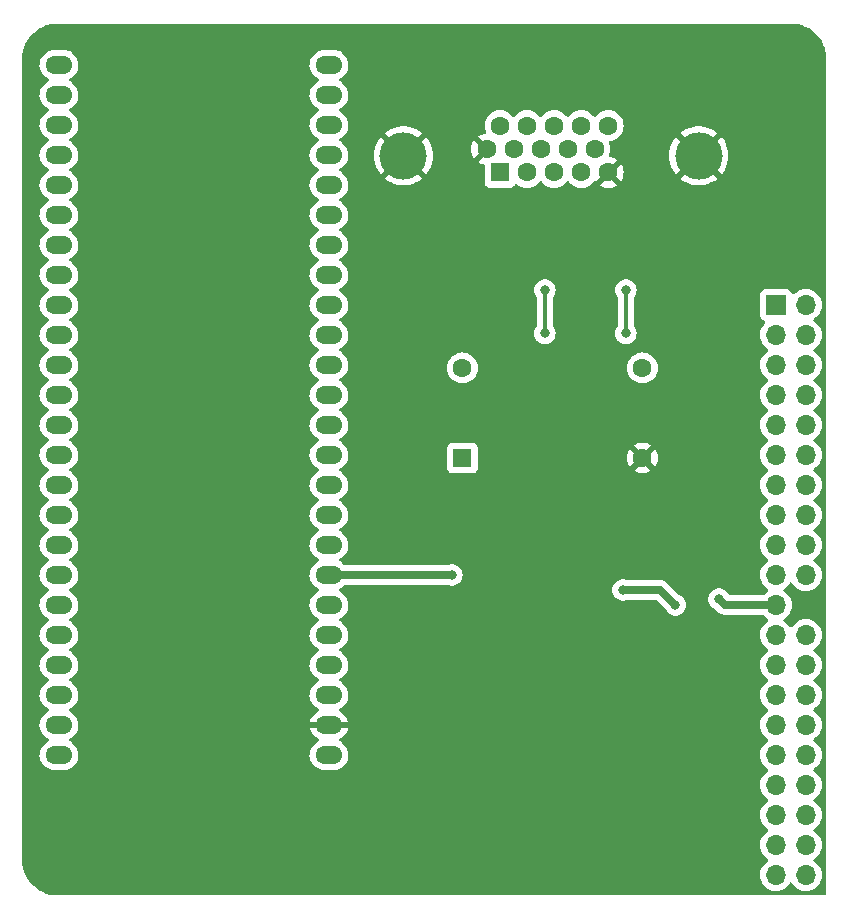
<source format=gbr>
%TF.GenerationSoftware,KiCad,Pcbnew,7.0.10*%
%TF.CreationDate,2024-01-21T15:51:14-05:00*%
%TF.ProjectId,jml-8-mini-vga,6a6d6c2d-382d-46d6-996e-692d7667612e,rev?*%
%TF.SameCoordinates,Original*%
%TF.FileFunction,Copper,L2,Bot*%
%TF.FilePolarity,Positive*%
%FSLAX46Y46*%
G04 Gerber Fmt 4.6, Leading zero omitted, Abs format (unit mm)*
G04 Created by KiCad (PCBNEW 7.0.10) date 2024-01-21 15:51:14*
%MOMM*%
%LPD*%
G01*
G04 APERTURE LIST*
%TA.AperFunction,ComponentPad*%
%ADD10R,1.600000X1.600000*%
%TD*%
%TA.AperFunction,ComponentPad*%
%ADD11C,1.600000*%
%TD*%
%TA.AperFunction,ComponentPad*%
%ADD12O,2.286000X1.524000*%
%TD*%
%TA.AperFunction,ComponentPad*%
%ADD13C,4.000000*%
%TD*%
%TA.AperFunction,ComponentPad*%
%ADD14R,1.700000X1.700000*%
%TD*%
%TA.AperFunction,ComponentPad*%
%ADD15O,1.700000X1.700000*%
%TD*%
%TA.AperFunction,ViaPad*%
%ADD16C,0.800000*%
%TD*%
%TA.AperFunction,Conductor*%
%ADD17C,0.635000*%
%TD*%
%TA.AperFunction,Conductor*%
%ADD18C,0.304800*%
%TD*%
G04 APERTURE END LIST*
D10*
%TO.P,X1,1,NC*%
%TO.N,unconnected-(X1-NC-Pad1)*%
X148463000Y-76835000D03*
D11*
%TO.P,X1,7,GND*%
%TO.N,GND*%
X163703000Y-76835000D03*
%TO.P,X1,8,OUT*%
%TO.N,/25.175MHz*%
X163703000Y-69215000D03*
%TO.P,X1,14,Vcc*%
%TO.N,+3.3V*%
X148463000Y-69215000D03*
%TD*%
D12*
%TO.P,U1,1,38/IOB31B/TF_CS*%
%TO.N,unconnected-(U1-38{slash}IOB31B{slash}TF_CS-Pad1)*%
X114300000Y-43561000D03*
%TO.P,U1,2,37/IOB31A/TF_MOSI*%
%TO.N,unconnected-(U1-37{slash}IOB31A{slash}TF_MOSI-Pad2)*%
X114300000Y-46101000D03*
%TO.P,U1,3,36/IOB29B/TF_SCLK/GCLKC_4*%
%TO.N,unconnected-(U1-36{slash}IOB29B{slash}TF_SCLK{slash}GCLKC_4-Pad3)*%
X114300000Y-48641000D03*
%TO.P,U1,4,39/IOB33A/TF_MISO*%
%TO.N,unconnected-(U1-39{slash}IOB33A{slash}TF_MISO-Pad4)*%
X114300000Y-51181000D03*
%TO.P,U1,5,25/IOB8A*%
%TO.N,/FPGA_VSYNC*%
X114300000Y-53721000D03*
%TO.P,U1,6,26/IOB8B*%
%TO.N,/FPGA_HSYNC*%
X114300000Y-56261000D03*
%TO.P,U1,7,27/IOB11A*%
%TO.N,/FPGA_RED*%
X114300000Y-58801000D03*
%TO.P,U1,8,28/IOB11B*%
%TO.N,/FPGA_GRN*%
X114300000Y-61341000D03*
%TO.P,U1,9,29/IOB13A*%
%TO.N,/FPGA_BLU*%
X114300000Y-63881000D03*
%TO.P,U1,10,30/IOB13B*%
%TO.N,/FPGA_LUM*%
X114300000Y-66421000D03*
%TO.P,U1,11,33/IOB23A/RGB_DE*%
%TO.N,/25.175MHz*%
X114300000Y-68961000D03*
%TO.P,U1,12,34/IOB23B/RGB_VS*%
%TO.N,unconnected-(U1-34{slash}IOB23B{slash}RGB_VS-Pad12)*%
X114300000Y-71501000D03*
%TO.P,U1,13,40/IOB33B/RGB_HS*%
%TO.N,unconnected-(U1-40{slash}IOB33B{slash}RGB_HS-Pad13)*%
X114300000Y-74041000D03*
%TO.P,U1,14,35/IOB29A/RGB_CK/GCLKT_4*%
%TO.N,unconnected-(U1-35{slash}IOB29A{slash}RGB_CK{slash}GCLKT_4-Pad14)*%
X114300000Y-76581000D03*
%TO.P,U1,15,41/IOB41A/RGB_B7*%
%TO.N,/FPGA_D4*%
X114300000Y-79121000D03*
%TO.P,U1,16,42/IOB41B/RGB_B6*%
%TO.N,/FPGA_D3*%
X114300000Y-81661000D03*
%TO.P,U1,17,51/IOR17B/RGB_B5/GCLKC_3*%
%TO.N,unconnected-(U1-51{slash}IOR17B{slash}RGB_B5{slash}GCLKC_3-Pad17)*%
X114300000Y-84201000D03*
%TO.P,U1,18,53/IOR15B/RGB_B4*%
%TO.N,/FPGA_D5*%
X114300000Y-86741000D03*
%TO.P,U1,19,54/IOR15A/RGB_B3*%
%TO.N,/FPGA_D6*%
X114300000Y-89281000D03*
%TO.P,U1,20,55/IOR14B/RGB_G7*%
%TO.N,/FPGA_D7*%
X114300000Y-91821000D03*
%TO.P,U1,21,56/IOR14A/RGB_G6*%
%TO.N,/FPGA_D1*%
X114300000Y-94361000D03*
%TO.P,U1,22,57/IOR13A/RGB_G5*%
%TO.N,unconnected-(U1-57{slash}IOR13A{slash}RGB_G5-Pad22)*%
X114300000Y-96901000D03*
%TO.P,U1,23,68/IOT42B/RGB_G4/HDMI_CKN*%
%TO.N,unconnected-(U1-68{slash}IOT42B{slash}RGB_G4{slash}HDMI_CKN-Pad23)*%
X114300000Y-99441000D03*
%TO.P,U1,24,69/IOT42A/RGB_G3/HDMI_CKP*%
%TO.N,unconnected-(U1-69{slash}IOT42A{slash}RGB_G3{slash}HDMI_CKP-Pad24)*%
X114300000Y-101981000D03*
%TO.P,U1,25,3V3*%
%TO.N,+3.3V*%
X137160000Y-101981000D03*
%TO.P,U1,26,GND*%
%TO.N,GND*%
X137160000Y-99441000D03*
%TO.P,U1,27,32/IOB15B/RGB_INIT*%
%TO.N,/~{FPGA_IORQ}*%
X137160000Y-96901000D03*
%TO.P,U1,28,31/IOB15A/RGB_INIT*%
%TO.N,/~{FPGA_WR}*%
X137160000Y-94361000D03*
%TO.P,U1,29,49/IOR24A/SPILCD_RS*%
%TO.N,/FPGA_D0*%
X137160000Y-91821000D03*
%TO.P,U1,30,48/IOR24B/SPILCD_CS*%
%TO.N,/FPGA_D2*%
X137160000Y-89281000D03*
%TO.P,U1,31,5V*%
%TO.N,+5V*%
X137160000Y-86741000D03*
%TO.P,U1,32,70/IOT41B/RGB_G2/HDMI_D0N*%
%TO.N,unconnected-(U1-70{slash}IOT41B{slash}RGB_G2{slash}HDMI_D0N-Pad32)*%
X137160000Y-84201000D03*
%TO.P,U1,33,71/IOT41A/RGB_R7/HDMI_D0P*%
%TO.N,unconnected-(U1-71{slash}IOT41A{slash}RGB_R7{slash}HDMI_D0P-Pad33)*%
X137160000Y-81661000D03*
%TO.P,U1,34,72/IOT39B/RGB_R6/HDMI_D1N*%
%TO.N,unconnected-(U1-72{slash}IOT39B{slash}RGB_R6{slash}HDMI_D1N-Pad34)*%
X137160000Y-79121000D03*
%TO.P,U1,35,73/IOT39A/RGB_R5/HDMI_D1P*%
%TO.N,unconnected-(U1-73{slash}IOT39A{slash}RGB_R5{slash}HDMI_D1P-Pad35)*%
X137160000Y-76581000D03*
%TO.P,U1,36,74/IOT38B/RGB_R4/HDMI_D2N*%
%TO.N,unconnected-(U1-74{slash}IOT38B{slash}RGB_R4{slash}HDMI_D2N-Pad36)*%
X137160000Y-74041000D03*
%TO.P,U1,37,75/IOT38A/RGB_R3/HDMI_D2P*%
%TO.N,unconnected-(U1-75{slash}IOT38A{slash}RGB_R3{slash}HDMI_D2P-Pad37)*%
X137160000Y-71501000D03*
%TO.P,U1,38,76/IOT37B/SPILCD_CK*%
%TO.N,unconnected-(U1-76{slash}IOT37B{slash}SPILCD_CK-Pad38)*%
X137160000Y-68961000D03*
%TO.P,U1,39,77/IOT37A/SPILCD_MO*%
%TO.N,unconnected-(U1-77{slash}IOT37A{slash}SPILCD_MO-Pad39)*%
X137160000Y-66421000D03*
%TO.P,U1,40,79/IOT12B*%
%TO.N,unconnected-(U1-79{slash}IOT12B-Pad40)*%
X137160000Y-63881000D03*
%TO.P,U1,41,80/IOT12A*%
%TO.N,unconnected-(U1-80{slash}IOT12A-Pad41)*%
X137160000Y-61341000D03*
%TO.P,U1,42,81/IOT11B*%
%TO.N,unconnected-(U1-81{slash}IOT11B-Pad42)*%
X137160000Y-58801000D03*
%TO.P,U1,43,82/IOT11A*%
%TO.N,unconnected-(U1-82{slash}IOT11A-Pad43)*%
X137160000Y-56261000D03*
%TO.P,U1,44,83/IOT10B*%
%TO.N,unconnected-(U1-83{slash}IOT10B-Pad44)*%
X137160000Y-53721000D03*
%TO.P,U1,45,84/IOT10A*%
%TO.N,unconnected-(U1-84{slash}IOT10A-Pad45)*%
X137160000Y-51181000D03*
%TO.P,U1,46,85/IOT8B*%
%TO.N,unconnected-(U1-85{slash}IOT8B-Pad46)*%
X137160000Y-48641000D03*
%TO.P,U1,47,86/IOT8A/RGB_BL*%
%TO.N,unconnected-(U1-86{slash}IOT8A{slash}RGB_BL-Pad47)*%
X137160000Y-46101000D03*
%TO.P,U1,48,63/IOR5A/RGB_INIT*%
%TO.N,unconnected-(U1-63{slash}IOR5A{slash}RGB_INIT-Pad48)*%
X137160000Y-43561000D03*
%TD*%
D13*
%TO.P,J1,0*%
%TO.N,GND*%
X168471000Y-51243331D03*
X143471000Y-51243331D03*
D10*
%TO.P,J1,1*%
%TO.N,/VGA_RED*%
X151656000Y-52663331D03*
D11*
%TO.P,J1,2*%
%TO.N,/VGA_GRN*%
X153946000Y-52663331D03*
%TO.P,J1,3*%
%TO.N,/VGA_BLU*%
X156236000Y-52663331D03*
%TO.P,J1,4*%
%TO.N,unconnected-(J1-Pad4)*%
X158526000Y-52663331D03*
%TO.P,J1,5*%
%TO.N,GND*%
X160816000Y-52663331D03*
%TO.P,J1,6*%
X150511000Y-50683331D03*
%TO.P,J1,7*%
X152801000Y-50683331D03*
%TO.P,J1,8*%
X155091000Y-50683331D03*
%TO.P,J1,9*%
%TO.N,unconnected-(J1-Pad9)*%
X157381000Y-50683331D03*
%TO.P,J1,10*%
%TO.N,GND*%
X159671000Y-50683331D03*
%TO.P,J1,11*%
%TO.N,unconnected-(J1-Pad11)*%
X151656000Y-48703331D03*
%TO.P,J1,12*%
%TO.N,unconnected-(J1-Pad12)*%
X153946000Y-48703331D03*
%TO.P,J1,13*%
%TO.N,/VGA_HSYNC*%
X156236000Y-48703331D03*
%TO.P,J1,14*%
%TO.N,/VGA_VSYNC*%
X158526000Y-48703331D03*
%TO.P,J1,15*%
%TO.N,unconnected-(J1-Pad15)*%
X160816000Y-48703331D03*
%TD*%
D14*
%TO.P,J2,1,Pin_1*%
%TO.N,unconnected-(J2-Pin_1-Pad1)*%
X175006000Y-63881000D03*
D15*
%TO.P,J2,2,Pin_2*%
%TO.N,unconnected-(J2-Pin_2-Pad2)*%
X177546000Y-63881000D03*
%TO.P,J2,3,Pin_3*%
%TO.N,unconnected-(J2-Pin_3-Pad3)*%
X175006000Y-66421000D03*
%TO.P,J2,4,Pin_4*%
%TO.N,unconnected-(J2-Pin_4-Pad4)*%
X177546000Y-66421000D03*
%TO.P,J2,5,Pin_5*%
%TO.N,unconnected-(J2-Pin_5-Pad5)*%
X175006000Y-68961000D03*
%TO.P,J2,6,Pin_6*%
%TO.N,unconnected-(J2-Pin_6-Pad6)*%
X177546000Y-68961000D03*
%TO.P,J2,7,Pin_7*%
%TO.N,unconnected-(J2-Pin_7-Pad7)*%
X175006000Y-71501000D03*
%TO.P,J2,8,Pin_8*%
%TO.N,unconnected-(J2-Pin_8-Pad8)*%
X177546000Y-71501000D03*
%TO.P,J2,9,Pin_9*%
%TO.N,unconnected-(J2-Pin_9-Pad9)*%
X175006000Y-74041000D03*
%TO.P,J2,10,Pin_10*%
%TO.N,unconnected-(J2-Pin_10-Pad10)*%
X177546000Y-74041000D03*
%TO.P,J2,11,Pin_11*%
%TO.N,unconnected-(J2-Pin_11-Pad11)*%
X175006000Y-76581000D03*
%TO.P,J2,12,Pin_12*%
%TO.N,unconnected-(J2-Pin_12-Pad12)*%
X177546000Y-76581000D03*
%TO.P,J2,13,Pin_13*%
%TO.N,/D4*%
X175006000Y-79121000D03*
%TO.P,J2,14,Pin_14*%
%TO.N,unconnected-(J2-Pin_14-Pad14)*%
X177546000Y-79121000D03*
%TO.P,J2,15,Pin_15*%
%TO.N,/D3*%
X175006000Y-81661000D03*
%TO.P,J2,16,Pin_16*%
%TO.N,unconnected-(J2-Pin_16-Pad16)*%
X177546000Y-81661000D03*
%TO.P,J2,17,Pin_17*%
%TO.N,/D5*%
X175006000Y-84201000D03*
%TO.P,J2,18,Pin_18*%
%TO.N,unconnected-(J2-Pin_18-Pad18)*%
X177546000Y-84201000D03*
%TO.P,J2,19,Pin_19*%
%TO.N,/D6*%
X175006000Y-86741000D03*
%TO.P,J2,20,Pin_20*%
%TO.N,unconnected-(J2-Pin_20-Pad20)*%
X177546000Y-86741000D03*
%TO.P,J2,21,Pin_21*%
%TO.N,+5V*%
X175006000Y-89281000D03*
%TO.P,J2,22,Pin_22*%
%TO.N,GND*%
X177546000Y-89281000D03*
%TO.P,J2,23,Pin_23*%
%TO.N,/D2*%
X175006000Y-91821000D03*
%TO.P,J2,24,Pin_24*%
%TO.N,unconnected-(J2-Pin_24-Pad24)*%
X177546000Y-91821000D03*
%TO.P,J2,25,Pin_25*%
%TO.N,/D7*%
X175006000Y-94361000D03*
%TO.P,J2,26,Pin_26*%
%TO.N,unconnected-(J2-Pin_26-Pad26)*%
X177546000Y-94361000D03*
%TO.P,J2,27,Pin_27*%
%TO.N,/D0*%
X175006000Y-96901000D03*
%TO.P,J2,28,Pin_28*%
%TO.N,unconnected-(J2-Pin_28-Pad28)*%
X177546000Y-96901000D03*
%TO.P,J2,29,Pin_29*%
%TO.N,/D1*%
X175006000Y-99441000D03*
%TO.P,J2,30,Pin_30*%
%TO.N,unconnected-(J2-Pin_30-Pad30)*%
X177546000Y-99441000D03*
%TO.P,J2,31,Pin_31*%
%TO.N,unconnected-(J2-Pin_31-Pad31)*%
X175006000Y-101981000D03*
%TO.P,J2,32,Pin_32*%
%TO.N,unconnected-(J2-Pin_32-Pad32)*%
X177546000Y-101981000D03*
%TO.P,J2,33,Pin_33*%
%TO.N,unconnected-(J2-Pin_33-Pad33)*%
X175006000Y-104521000D03*
%TO.P,J2,34,Pin_34*%
%TO.N,unconnected-(J2-Pin_34-Pad34)*%
X177546000Y-104521000D03*
%TO.P,J2,35,Pin_35*%
%TO.N,unconnected-(J2-Pin_35-Pad35)*%
X175006000Y-107061000D03*
%TO.P,J2,36,Pin_36*%
%TO.N,unconnected-(J2-Pin_36-Pad36)*%
X177546000Y-107061000D03*
%TO.P,J2,37,Pin_37*%
%TO.N,unconnected-(J2-Pin_37-Pad37)*%
X175006000Y-109601000D03*
%TO.P,J2,38,Pin_38*%
%TO.N,/~{WR}*%
X177546000Y-109601000D03*
%TO.P,J2,39,Pin_39*%
%TO.N,/~{IORQ}*%
X175006000Y-112141000D03*
%TO.P,J2,40,Pin_40*%
%TO.N,unconnected-(J2-Pin_40-Pad40)*%
X177546000Y-112141000D03*
%TD*%
D16*
%TO.N,GND*%
X170053000Y-106299000D03*
X160909000Y-90424000D03*
X160909000Y-96520000D03*
X160909000Y-103124000D03*
X170053000Y-103251000D03*
X170053000Y-104267000D03*
X170053000Y-90678000D03*
X170053000Y-107315000D03*
X160655000Y-109347000D03*
X170053000Y-105283000D03*
%TO.N,+5V*%
X147574000Y-86741000D03*
X166497000Y-89281000D03*
X162052000Y-88011000D03*
X170180000Y-88773000D03*
%TO.N,/FPGA_LUM*%
X155448000Y-66294000D03*
X162306000Y-62611000D03*
X162306000Y-66294000D03*
X155448000Y-62611000D03*
%TD*%
D17*
%TO.N,+5V*%
X165227000Y-88011000D02*
X166497000Y-89281000D01*
X170180000Y-88773000D02*
X170688000Y-89281000D01*
X162052000Y-88011000D02*
X165227000Y-88011000D01*
X170688000Y-89281000D02*
X175006000Y-89281000D01*
X137160000Y-86741000D02*
X147574000Y-86741000D01*
D18*
%TO.N,/FPGA_LUM*%
X162306000Y-66294000D02*
X162306000Y-62611000D01*
X155448000Y-66294000D02*
X155448000Y-62611000D01*
%TD*%
%TA.AperFunction,Conductor*%
%TO.N,GND*%
G36*
X176202981Y-40056301D02*
G01*
X176227644Y-40056301D01*
X176272753Y-40056301D01*
X176279242Y-40056470D01*
X176582753Y-40072377D01*
X176595661Y-40073734D01*
X176892629Y-40120769D01*
X176905313Y-40123464D01*
X177195759Y-40201289D01*
X177208100Y-40205300D01*
X177488795Y-40313048D01*
X177500651Y-40318326D01*
X177768576Y-40454840D01*
X177779790Y-40461316D01*
X178031961Y-40625077D01*
X178042462Y-40632706D01*
X178276136Y-40821932D01*
X178285781Y-40830617D01*
X178498382Y-41043218D01*
X178507067Y-41052863D01*
X178696293Y-41286537D01*
X178703921Y-41297036D01*
X178867680Y-41549203D01*
X178874166Y-41560436D01*
X179010672Y-41828346D01*
X179015951Y-41840204D01*
X179123699Y-42120899D01*
X179127710Y-42133242D01*
X179205533Y-42423680D01*
X179208231Y-42436376D01*
X179255265Y-42733338D01*
X179256622Y-42746246D01*
X179272529Y-43049756D01*
X179272699Y-43056246D01*
X179272700Y-62553930D01*
X179272700Y-113743699D01*
X179253015Y-113810738D01*
X179200211Y-113856493D01*
X179148700Y-113867699D01*
X114176247Y-113867699D01*
X114169757Y-113867529D01*
X113866246Y-113851622D01*
X113853338Y-113850265D01*
X113556376Y-113803231D01*
X113543680Y-113800533D01*
X113253242Y-113722710D01*
X113240899Y-113718699D01*
X112960204Y-113610951D01*
X112948346Y-113605672D01*
X112817664Y-113539087D01*
X112680430Y-113469162D01*
X112669203Y-113462680D01*
X112417038Y-113298922D01*
X112406537Y-113291293D01*
X112172863Y-113102067D01*
X112163218Y-113093382D01*
X111950617Y-112880781D01*
X111941932Y-112871136D01*
X111752706Y-112637462D01*
X111745077Y-112626961D01*
X111581316Y-112374790D01*
X111574840Y-112363576D01*
X111438326Y-112095651D01*
X111433048Y-112083795D01*
X111364640Y-111905586D01*
X111325299Y-111803099D01*
X111321289Y-111790757D01*
X111290898Y-111677335D01*
X111243464Y-111500313D01*
X111240768Y-111487623D01*
X111238682Y-111474454D01*
X111193734Y-111190661D01*
X111192377Y-111177753D01*
X111176471Y-110874242D01*
X111176301Y-110867752D01*
X111176301Y-110797982D01*
X111176300Y-110797976D01*
X111176300Y-102037871D01*
X112652673Y-102037871D01*
X112668018Y-102151154D01*
X112683178Y-102263070D01*
X112718800Y-102372700D01*
X112753404Y-102479200D01*
X112850066Y-102658830D01*
X112861093Y-102679320D01*
X113002782Y-102856993D01*
X113092756Y-102935600D01*
X113173922Y-103006512D01*
X113369008Y-103123071D01*
X113581771Y-103202922D01*
X113805369Y-103243500D01*
X113805373Y-103243500D01*
X114737693Y-103243500D01*
X114737699Y-103243500D01*
X114896810Y-103229179D01*
X114907340Y-103228232D01*
X115126392Y-103167778D01*
X115126397Y-103167775D01*
X115126404Y-103167774D01*
X115331153Y-103069172D01*
X115515005Y-102935596D01*
X115672052Y-102771338D01*
X115797246Y-102581677D01*
X115886562Y-102372711D01*
X115937131Y-102151154D01*
X115942219Y-102037871D01*
X135512673Y-102037871D01*
X135528018Y-102151154D01*
X135543178Y-102263070D01*
X135578800Y-102372700D01*
X135613404Y-102479200D01*
X135710066Y-102658830D01*
X135721093Y-102679320D01*
X135862782Y-102856993D01*
X135952756Y-102935600D01*
X136033922Y-103006512D01*
X136229008Y-103123071D01*
X136441771Y-103202922D01*
X136665369Y-103243500D01*
X136665373Y-103243500D01*
X137597693Y-103243500D01*
X137597699Y-103243500D01*
X137756810Y-103229179D01*
X137767340Y-103228232D01*
X137986392Y-103167778D01*
X137986397Y-103167775D01*
X137986404Y-103167774D01*
X138191153Y-103069172D01*
X138375005Y-102935596D01*
X138532052Y-102771338D01*
X138657246Y-102581677D01*
X138746562Y-102372711D01*
X138797131Y-102151154D01*
X138807327Y-101924129D01*
X138776822Y-101698932D01*
X138706596Y-101482800D01*
X138598908Y-101282681D01*
X138525525Y-101190662D01*
X138457217Y-101105006D01*
X138286084Y-100955493D01*
X138286082Y-100955491D01*
X138286078Y-100955488D01*
X138237306Y-100926348D01*
X138090998Y-100838932D01*
X138090996Y-100838931D01*
X138090994Y-100838930D01*
X138090992Y-100838929D01*
X138056750Y-100826078D01*
X138000905Y-100784093D01*
X137976622Y-100718579D01*
X137991614Y-100650336D01*
X138041120Y-100601032D01*
X138046523Y-100598265D01*
X138190900Y-100528738D01*
X138190901Y-100528737D01*
X138374672Y-100395219D01*
X138374677Y-100395215D01*
X138531659Y-100231023D01*
X138656803Y-100041439D01*
X138746083Y-99832559D01*
X138746086Y-99832550D01*
X138778394Y-99691000D01*
X137447717Y-99691000D01*
X137483371Y-99652269D01*
X137534448Y-99535823D01*
X137544949Y-99409102D01*
X137513734Y-99285838D01*
X137451773Y-99191000D01*
X138780661Y-99191000D01*
X138776330Y-99159040D01*
X138776330Y-99159038D01*
X138706134Y-98942996D01*
X138598490Y-98742960D01*
X138598488Y-98742957D01*
X138456854Y-98565353D01*
X138285789Y-98415899D01*
X138285781Y-98415892D01*
X138090781Y-98299384D01*
X138090779Y-98299383D01*
X138056778Y-98286622D01*
X138000930Y-98244635D01*
X137976648Y-98179121D01*
X137991640Y-98110879D01*
X138041147Y-98061575D01*
X138046526Y-98058820D01*
X138191153Y-97989172D01*
X138375005Y-97855596D01*
X138532052Y-97691338D01*
X138657246Y-97501677D01*
X138746562Y-97292711D01*
X138797131Y-97071154D01*
X138807327Y-96844129D01*
X138776822Y-96618932D01*
X138706596Y-96402800D01*
X138598908Y-96202681D01*
X138525525Y-96110662D01*
X138457217Y-96025006D01*
X138286084Y-95875493D01*
X138286082Y-95875491D01*
X138286078Y-95875488D01*
X138237306Y-95846348D01*
X138090998Y-95758932D01*
X138090996Y-95758931D01*
X138090994Y-95758930D01*
X138090992Y-95758929D01*
X138057399Y-95746321D01*
X138001552Y-95704335D01*
X137977270Y-95638821D01*
X137992262Y-95570579D01*
X138041769Y-95521275D01*
X138047101Y-95518543D01*
X138191153Y-95449172D01*
X138375005Y-95315596D01*
X138532052Y-95151338D01*
X138657246Y-94961677D01*
X138746562Y-94752711D01*
X138797131Y-94531154D01*
X138807327Y-94304129D01*
X138776822Y-94078932D01*
X138706596Y-93862800D01*
X138598908Y-93662681D01*
X138525525Y-93570662D01*
X138457217Y-93485006D01*
X138286084Y-93335493D01*
X138286082Y-93335491D01*
X138286078Y-93335488D01*
X138237306Y-93306348D01*
X138090998Y-93218932D01*
X138090996Y-93218931D01*
X138090994Y-93218930D01*
X138090992Y-93218929D01*
X138057399Y-93206321D01*
X138001552Y-93164335D01*
X137977270Y-93098821D01*
X137992262Y-93030579D01*
X138041769Y-92981275D01*
X138047101Y-92978543D01*
X138191153Y-92909172D01*
X138375005Y-92775596D01*
X138532052Y-92611338D01*
X138657246Y-92421677D01*
X138746562Y-92212711D01*
X138797131Y-91991154D01*
X138807327Y-91764129D01*
X138776822Y-91538932D01*
X138706596Y-91322800D01*
X138598908Y-91122681D01*
X138525525Y-91030662D01*
X138457217Y-90945006D01*
X138286084Y-90795493D01*
X138286082Y-90795491D01*
X138286078Y-90795488D01*
X138237306Y-90766348D01*
X138090998Y-90678932D01*
X138090996Y-90678931D01*
X138090994Y-90678930D01*
X138090992Y-90678929D01*
X138057399Y-90666321D01*
X138001552Y-90624335D01*
X137977270Y-90558821D01*
X137992262Y-90490579D01*
X138041769Y-90441275D01*
X138047101Y-90438543D01*
X138191153Y-90369172D01*
X138375005Y-90235596D01*
X138532052Y-90071338D01*
X138657246Y-89881677D01*
X138746562Y-89672711D01*
X138797131Y-89451154D01*
X138807327Y-89224129D01*
X138776822Y-88998932D01*
X138706596Y-88782800D01*
X138598908Y-88582681D01*
X138525525Y-88490662D01*
X138457217Y-88405006D01*
X138286084Y-88255493D01*
X138286082Y-88255491D01*
X138286078Y-88255488D01*
X138191962Y-88199256D01*
X138090998Y-88138932D01*
X138090996Y-88138931D01*
X138090994Y-88138930D01*
X138090992Y-88138929D01*
X138057399Y-88126321D01*
X138001552Y-88084335D01*
X137977270Y-88018821D01*
X137978988Y-88011000D01*
X161146540Y-88011000D01*
X161166326Y-88199256D01*
X161166327Y-88199259D01*
X161224818Y-88379277D01*
X161224821Y-88379284D01*
X161319467Y-88543216D01*
X161373451Y-88603171D01*
X161446129Y-88683888D01*
X161599265Y-88795148D01*
X161599270Y-88795151D01*
X161772192Y-88872142D01*
X161772197Y-88872144D01*
X161957354Y-88911500D01*
X161957355Y-88911500D01*
X162146644Y-88911500D01*
X162146646Y-88911500D01*
X162331803Y-88872144D01*
X162386099Y-88847969D01*
X162404626Y-88839721D01*
X162455062Y-88829000D01*
X164836812Y-88829000D01*
X164903851Y-88848685D01*
X164924493Y-88865319D01*
X165630173Y-89570999D01*
X165660423Y-89620361D01*
X165669819Y-89649280D01*
X165669821Y-89649284D01*
X165764467Y-89813216D01*
X165883553Y-89945474D01*
X165891129Y-89953888D01*
X166044265Y-90065148D01*
X166044270Y-90065151D01*
X166217192Y-90142142D01*
X166217197Y-90142144D01*
X166402354Y-90181500D01*
X166402355Y-90181500D01*
X166591644Y-90181500D01*
X166591646Y-90181500D01*
X166776803Y-90142144D01*
X166949730Y-90065151D01*
X167102871Y-89953888D01*
X167229533Y-89813216D01*
X167324179Y-89649284D01*
X167382674Y-89469256D01*
X167402460Y-89281000D01*
X167382674Y-89092744D01*
X167324179Y-88912716D01*
X167243514Y-88773000D01*
X169274540Y-88773000D01*
X169294326Y-88961256D01*
X169294327Y-88961259D01*
X169352818Y-89141277D01*
X169352821Y-89141284D01*
X169447467Y-89305216D01*
X169476870Y-89337871D01*
X169574129Y-89445888D01*
X169671198Y-89516413D01*
X169727270Y-89557151D01*
X169850582Y-89612053D01*
X169887821Y-89637647D01*
X170044414Y-89794241D01*
X170044415Y-89794242D01*
X170131850Y-89881677D01*
X170174758Y-89924585D01*
X170208004Y-89945474D01*
X170219346Y-89953521D01*
X170250044Y-89978003D01*
X170285417Y-89995037D01*
X170297574Y-90001755D01*
X170330837Y-90022656D01*
X170367912Y-90035628D01*
X170380739Y-90040942D01*
X170416122Y-90057982D01*
X170454407Y-90066720D01*
X170467754Y-90070565D01*
X170504826Y-90083537D01*
X170543846Y-90087932D01*
X170557553Y-90090262D01*
X170595833Y-90099000D01*
X170642062Y-90099000D01*
X173865563Y-90099000D01*
X173932602Y-90118685D01*
X173963671Y-90148545D01*
X173964023Y-90148251D01*
X173966764Y-90151518D01*
X173967138Y-90151877D01*
X173967501Y-90152396D01*
X173967508Y-90152404D01*
X174134597Y-90319493D01*
X174134603Y-90319498D01*
X174320158Y-90449425D01*
X174363783Y-90504002D01*
X174370977Y-90573500D01*
X174339454Y-90635855D01*
X174320158Y-90652575D01*
X174134597Y-90782505D01*
X173967505Y-90949597D01*
X173831965Y-91143169D01*
X173831964Y-91143171D01*
X173732098Y-91357335D01*
X173732094Y-91357344D01*
X173670938Y-91585586D01*
X173670936Y-91585596D01*
X173650341Y-91820999D01*
X173650341Y-91821000D01*
X173670936Y-92056403D01*
X173670938Y-92056413D01*
X173732094Y-92284655D01*
X173732096Y-92284659D01*
X173732097Y-92284663D01*
X173736000Y-92293032D01*
X173831965Y-92498830D01*
X173831967Y-92498834D01*
X173846312Y-92519320D01*
X173967501Y-92692396D01*
X173967506Y-92692402D01*
X174134597Y-92859493D01*
X174134603Y-92859498D01*
X174320158Y-92989425D01*
X174363783Y-93044002D01*
X174370977Y-93113500D01*
X174339454Y-93175855D01*
X174320158Y-93192575D01*
X174134597Y-93322505D01*
X173967505Y-93489597D01*
X173831965Y-93683169D01*
X173831964Y-93683171D01*
X173732098Y-93897335D01*
X173732094Y-93897344D01*
X173670938Y-94125586D01*
X173670936Y-94125596D01*
X173650341Y-94360999D01*
X173650341Y-94361000D01*
X173670936Y-94596403D01*
X173670938Y-94596413D01*
X173732094Y-94824655D01*
X173732096Y-94824659D01*
X173732097Y-94824663D01*
X173736000Y-94833032D01*
X173831965Y-95038830D01*
X173831967Y-95038834D01*
X173846312Y-95059320D01*
X173967501Y-95232396D01*
X173967506Y-95232402D01*
X174134597Y-95399493D01*
X174134603Y-95399498D01*
X174320158Y-95529425D01*
X174363783Y-95584002D01*
X174370977Y-95653500D01*
X174339454Y-95715855D01*
X174320158Y-95732575D01*
X174134597Y-95862505D01*
X173967505Y-96029597D01*
X173831965Y-96223169D01*
X173831964Y-96223171D01*
X173732098Y-96437335D01*
X173732094Y-96437344D01*
X173670938Y-96665586D01*
X173670936Y-96665596D01*
X173650341Y-96900999D01*
X173650341Y-96901000D01*
X173670936Y-97136403D01*
X173670938Y-97136413D01*
X173732094Y-97364655D01*
X173732096Y-97364659D01*
X173732097Y-97364663D01*
X173736000Y-97373032D01*
X173831965Y-97578830D01*
X173831967Y-97578834D01*
X173846312Y-97599320D01*
X173967501Y-97772396D01*
X173967506Y-97772402D01*
X174134597Y-97939493D01*
X174134603Y-97939498D01*
X174320158Y-98069425D01*
X174363783Y-98124002D01*
X174370977Y-98193500D01*
X174339454Y-98255855D01*
X174320158Y-98272575D01*
X174134597Y-98402505D01*
X173967505Y-98569597D01*
X173831965Y-98763169D01*
X173831964Y-98763171D01*
X173732098Y-98977335D01*
X173732094Y-98977344D01*
X173670938Y-99205586D01*
X173670936Y-99205596D01*
X173650341Y-99440999D01*
X173650341Y-99441000D01*
X173670936Y-99676403D01*
X173670938Y-99676413D01*
X173732094Y-99904655D01*
X173732096Y-99904659D01*
X173732097Y-99904663D01*
X173736000Y-99913032D01*
X173831965Y-100118830D01*
X173831967Y-100118834D01*
X173846312Y-100139320D01*
X173967501Y-100312396D01*
X173967506Y-100312402D01*
X174134597Y-100479493D01*
X174134603Y-100479498D01*
X174320158Y-100609425D01*
X174363783Y-100664002D01*
X174370977Y-100733500D01*
X174339454Y-100795855D01*
X174320158Y-100812575D01*
X174134597Y-100942505D01*
X173967505Y-101109597D01*
X173831965Y-101303169D01*
X173831964Y-101303171D01*
X173732098Y-101517335D01*
X173732094Y-101517344D01*
X173670938Y-101745586D01*
X173670936Y-101745596D01*
X173650341Y-101980999D01*
X173650341Y-101981000D01*
X173670936Y-102216403D01*
X173670938Y-102216413D01*
X173732094Y-102444655D01*
X173732096Y-102444659D01*
X173732097Y-102444663D01*
X173736000Y-102453032D01*
X173831965Y-102658830D01*
X173831967Y-102658834D01*
X173846312Y-102679320D01*
X173967501Y-102852396D01*
X173967506Y-102852402D01*
X174134597Y-103019493D01*
X174134603Y-103019498D01*
X174320158Y-103149425D01*
X174363783Y-103204002D01*
X174370977Y-103273500D01*
X174339454Y-103335855D01*
X174320158Y-103352575D01*
X174134597Y-103482505D01*
X173967505Y-103649597D01*
X173831965Y-103843169D01*
X173831964Y-103843171D01*
X173732098Y-104057335D01*
X173732094Y-104057344D01*
X173670938Y-104285586D01*
X173670936Y-104285596D01*
X173650341Y-104520999D01*
X173650341Y-104521000D01*
X173670936Y-104756403D01*
X173670938Y-104756413D01*
X173732094Y-104984655D01*
X173732096Y-104984659D01*
X173732097Y-104984663D01*
X173736000Y-104993032D01*
X173831965Y-105198830D01*
X173831967Y-105198834D01*
X173940281Y-105353521D01*
X173967501Y-105392396D01*
X173967506Y-105392402D01*
X174134597Y-105559493D01*
X174134603Y-105559498D01*
X174320158Y-105689425D01*
X174363783Y-105744002D01*
X174370977Y-105813500D01*
X174339454Y-105875855D01*
X174320158Y-105892575D01*
X174134597Y-106022505D01*
X173967505Y-106189597D01*
X173831965Y-106383169D01*
X173831964Y-106383171D01*
X173732098Y-106597335D01*
X173732094Y-106597344D01*
X173670938Y-106825586D01*
X173670936Y-106825596D01*
X173650341Y-107060999D01*
X173650341Y-107061000D01*
X173670936Y-107296403D01*
X173670938Y-107296413D01*
X173732094Y-107524655D01*
X173732096Y-107524659D01*
X173732097Y-107524663D01*
X173736000Y-107533032D01*
X173831965Y-107738830D01*
X173831967Y-107738834D01*
X173940281Y-107893521D01*
X173967501Y-107932396D01*
X173967506Y-107932402D01*
X174134597Y-108099493D01*
X174134603Y-108099498D01*
X174320158Y-108229425D01*
X174363783Y-108284002D01*
X174370977Y-108353500D01*
X174339454Y-108415855D01*
X174320158Y-108432575D01*
X174134597Y-108562505D01*
X173967505Y-108729597D01*
X173831965Y-108923169D01*
X173831964Y-108923171D01*
X173732098Y-109137335D01*
X173732094Y-109137344D01*
X173670938Y-109365586D01*
X173670936Y-109365596D01*
X173650341Y-109600999D01*
X173650341Y-109601000D01*
X173670936Y-109836403D01*
X173670938Y-109836413D01*
X173732094Y-110064655D01*
X173732096Y-110064659D01*
X173732097Y-110064663D01*
X173736000Y-110073032D01*
X173831965Y-110278830D01*
X173831967Y-110278834D01*
X173940281Y-110433521D01*
X173967501Y-110472396D01*
X173967506Y-110472402D01*
X174134597Y-110639493D01*
X174134603Y-110639498D01*
X174320158Y-110769425D01*
X174363783Y-110824002D01*
X174370977Y-110893500D01*
X174339454Y-110955855D01*
X174320158Y-110972575D01*
X174134597Y-111102505D01*
X173967505Y-111269597D01*
X173831965Y-111463169D01*
X173831964Y-111463171D01*
X173732098Y-111677335D01*
X173732094Y-111677344D01*
X173670938Y-111905586D01*
X173670936Y-111905596D01*
X173650341Y-112140999D01*
X173650341Y-112141000D01*
X173670936Y-112376403D01*
X173670938Y-112376413D01*
X173732094Y-112604655D01*
X173732096Y-112604659D01*
X173732097Y-112604663D01*
X173812004Y-112776023D01*
X173831965Y-112818830D01*
X173831967Y-112818834D01*
X173940281Y-112973521D01*
X173967505Y-113012401D01*
X174134599Y-113179495D01*
X174231384Y-113247265D01*
X174328165Y-113315032D01*
X174328167Y-113315033D01*
X174328170Y-113315035D01*
X174542337Y-113414903D01*
X174770592Y-113476063D01*
X174958918Y-113492539D01*
X175005999Y-113496659D01*
X175006000Y-113496659D01*
X175006001Y-113496659D01*
X175045234Y-113493226D01*
X175241408Y-113476063D01*
X175469663Y-113414903D01*
X175683830Y-113315035D01*
X175877401Y-113179495D01*
X176044495Y-113012401D01*
X176174425Y-112826842D01*
X176229002Y-112783217D01*
X176298500Y-112776023D01*
X176360855Y-112807546D01*
X176377575Y-112826842D01*
X176507500Y-113012395D01*
X176507505Y-113012401D01*
X176674599Y-113179495D01*
X176771384Y-113247265D01*
X176868165Y-113315032D01*
X176868167Y-113315033D01*
X176868170Y-113315035D01*
X177082337Y-113414903D01*
X177310592Y-113476063D01*
X177498918Y-113492539D01*
X177545999Y-113496659D01*
X177546000Y-113496659D01*
X177546001Y-113496659D01*
X177585234Y-113493226D01*
X177781408Y-113476063D01*
X178009663Y-113414903D01*
X178223830Y-113315035D01*
X178417401Y-113179495D01*
X178584495Y-113012401D01*
X178720035Y-112818830D01*
X178819903Y-112604663D01*
X178881063Y-112376408D01*
X178901659Y-112141000D01*
X178881063Y-111905592D01*
X178819903Y-111677337D01*
X178720035Y-111463171D01*
X178714425Y-111455158D01*
X178584494Y-111269597D01*
X178417402Y-111102506D01*
X178417396Y-111102501D01*
X178231842Y-110972575D01*
X178188217Y-110917998D01*
X178181023Y-110848500D01*
X178212546Y-110786145D01*
X178231842Y-110769425D01*
X178254026Y-110753891D01*
X178417401Y-110639495D01*
X178584495Y-110472401D01*
X178720035Y-110278830D01*
X178819903Y-110064663D01*
X178881063Y-109836408D01*
X178901659Y-109601000D01*
X178881063Y-109365592D01*
X178819903Y-109137337D01*
X178720035Y-108923171D01*
X178714425Y-108915158D01*
X178584494Y-108729597D01*
X178417402Y-108562506D01*
X178417396Y-108562501D01*
X178231842Y-108432575D01*
X178188217Y-108377998D01*
X178181023Y-108308500D01*
X178212546Y-108246145D01*
X178231842Y-108229425D01*
X178254026Y-108213891D01*
X178417401Y-108099495D01*
X178584495Y-107932401D01*
X178720035Y-107738830D01*
X178819903Y-107524663D01*
X178881063Y-107296408D01*
X178901659Y-107061000D01*
X178881063Y-106825592D01*
X178819903Y-106597337D01*
X178720035Y-106383171D01*
X178714425Y-106375158D01*
X178584494Y-106189597D01*
X178417402Y-106022506D01*
X178417396Y-106022501D01*
X178231842Y-105892575D01*
X178188217Y-105837998D01*
X178181023Y-105768500D01*
X178212546Y-105706145D01*
X178231842Y-105689425D01*
X178254026Y-105673891D01*
X178417401Y-105559495D01*
X178584495Y-105392401D01*
X178720035Y-105198830D01*
X178819903Y-104984663D01*
X178881063Y-104756408D01*
X178901659Y-104521000D01*
X178881063Y-104285592D01*
X178819903Y-104057337D01*
X178720035Y-103843171D01*
X178714425Y-103835158D01*
X178584494Y-103649597D01*
X178417402Y-103482506D01*
X178417396Y-103482501D01*
X178231842Y-103352575D01*
X178188217Y-103297998D01*
X178181023Y-103228500D01*
X178212546Y-103166145D01*
X178231842Y-103149425D01*
X178269485Y-103123067D01*
X178417401Y-103019495D01*
X178584495Y-102852401D01*
X178720035Y-102658830D01*
X178819903Y-102444663D01*
X178881063Y-102216408D01*
X178901659Y-101981000D01*
X178881063Y-101745592D01*
X178819903Y-101517337D01*
X178720035Y-101303171D01*
X178714425Y-101295158D01*
X178584494Y-101109597D01*
X178417402Y-100942506D01*
X178417396Y-100942501D01*
X178231842Y-100812575D01*
X178188217Y-100757998D01*
X178181023Y-100688500D01*
X178212546Y-100626145D01*
X178231842Y-100609425D01*
X178270125Y-100582619D01*
X178417401Y-100479495D01*
X178584495Y-100312401D01*
X178720035Y-100118830D01*
X178819903Y-99904663D01*
X178881063Y-99676408D01*
X178901659Y-99441000D01*
X178881063Y-99205592D01*
X178819903Y-98977337D01*
X178720035Y-98763171D01*
X178714425Y-98755158D01*
X178584494Y-98569597D01*
X178417402Y-98402506D01*
X178417396Y-98402501D01*
X178231842Y-98272575D01*
X178188217Y-98217998D01*
X178181023Y-98148500D01*
X178212546Y-98086145D01*
X178231842Y-98069425D01*
X178269485Y-98043067D01*
X178417401Y-97939495D01*
X178584495Y-97772401D01*
X178720035Y-97578830D01*
X178819903Y-97364663D01*
X178881063Y-97136408D01*
X178901659Y-96901000D01*
X178881063Y-96665592D01*
X178819903Y-96437337D01*
X178720035Y-96223171D01*
X178714425Y-96215158D01*
X178584494Y-96029597D01*
X178417402Y-95862506D01*
X178417396Y-95862501D01*
X178231842Y-95732575D01*
X178188217Y-95677998D01*
X178181023Y-95608500D01*
X178212546Y-95546145D01*
X178231842Y-95529425D01*
X178346455Y-95449172D01*
X178417401Y-95399495D01*
X178584495Y-95232401D01*
X178720035Y-95038830D01*
X178819903Y-94824663D01*
X178881063Y-94596408D01*
X178901659Y-94361000D01*
X178881063Y-94125592D01*
X178819903Y-93897337D01*
X178720035Y-93683171D01*
X178714425Y-93675158D01*
X178584494Y-93489597D01*
X178417402Y-93322506D01*
X178417396Y-93322501D01*
X178231842Y-93192575D01*
X178188217Y-93137998D01*
X178181023Y-93068500D01*
X178212546Y-93006145D01*
X178231842Y-92989425D01*
X178346455Y-92909172D01*
X178417401Y-92859495D01*
X178584495Y-92692401D01*
X178720035Y-92498830D01*
X178819903Y-92284663D01*
X178881063Y-92056408D01*
X178901659Y-91821000D01*
X178881063Y-91585592D01*
X178819903Y-91357337D01*
X178720035Y-91143171D01*
X178714425Y-91135158D01*
X178584494Y-90949597D01*
X178417402Y-90782506D01*
X178417395Y-90782501D01*
X178223834Y-90646967D01*
X178223830Y-90646965D01*
X178223828Y-90646964D01*
X178009663Y-90547097D01*
X178009659Y-90547096D01*
X178009655Y-90547094D01*
X177781413Y-90485938D01*
X177781403Y-90485936D01*
X177546001Y-90465341D01*
X177545999Y-90465341D01*
X177310596Y-90485936D01*
X177310586Y-90485938D01*
X177082344Y-90547094D01*
X177082335Y-90547098D01*
X176868171Y-90646964D01*
X176868169Y-90646965D01*
X176674597Y-90782505D01*
X176507505Y-90949597D01*
X176377575Y-91135158D01*
X176322998Y-91178783D01*
X176253500Y-91185977D01*
X176191145Y-91154454D01*
X176174425Y-91135158D01*
X176044494Y-90949597D01*
X175877402Y-90782506D01*
X175877396Y-90782501D01*
X175691842Y-90652575D01*
X175648217Y-90597998D01*
X175641023Y-90528500D01*
X175672546Y-90466145D01*
X175691842Y-90449425D01*
X175806455Y-90369172D01*
X175877401Y-90319495D01*
X176044495Y-90152401D01*
X176180035Y-89958830D01*
X176279903Y-89744663D01*
X176341063Y-89516408D01*
X176361659Y-89281000D01*
X176341063Y-89045592D01*
X176279903Y-88817337D01*
X176180035Y-88603171D01*
X176167133Y-88584744D01*
X176044494Y-88409597D01*
X175877402Y-88242506D01*
X175877396Y-88242501D01*
X175691842Y-88112575D01*
X175648217Y-88057998D01*
X175641023Y-87988500D01*
X175672546Y-87926145D01*
X175691842Y-87909425D01*
X175806455Y-87829172D01*
X175877401Y-87779495D01*
X176044495Y-87612401D01*
X176174425Y-87426842D01*
X176229002Y-87383217D01*
X176298500Y-87376023D01*
X176360855Y-87407546D01*
X176377575Y-87426842D01*
X176507500Y-87612395D01*
X176507505Y-87612401D01*
X176674599Y-87779495D01*
X176736359Y-87822740D01*
X176868165Y-87915032D01*
X176868167Y-87915033D01*
X176868170Y-87915035D01*
X177082337Y-88014903D01*
X177310592Y-88076063D01*
X177498918Y-88092539D01*
X177545999Y-88096659D01*
X177546000Y-88096659D01*
X177546001Y-88096659D01*
X177585234Y-88093226D01*
X177781408Y-88076063D01*
X178009663Y-88014903D01*
X178223830Y-87915035D01*
X178417401Y-87779495D01*
X178584495Y-87612401D01*
X178720035Y-87418830D01*
X178819903Y-87204663D01*
X178881063Y-86976408D01*
X178901659Y-86741000D01*
X178881063Y-86505592D01*
X178819903Y-86277337D01*
X178720035Y-86063171D01*
X178714425Y-86055158D01*
X178584494Y-85869597D01*
X178417402Y-85702506D01*
X178417396Y-85702501D01*
X178231842Y-85572575D01*
X178188217Y-85517998D01*
X178181023Y-85448500D01*
X178212546Y-85386145D01*
X178231842Y-85369425D01*
X178346455Y-85289172D01*
X178417401Y-85239495D01*
X178584495Y-85072401D01*
X178720035Y-84878830D01*
X178819903Y-84664663D01*
X178881063Y-84436408D01*
X178901659Y-84201000D01*
X178881063Y-83965592D01*
X178819903Y-83737337D01*
X178720035Y-83523171D01*
X178714425Y-83515158D01*
X178584494Y-83329597D01*
X178417402Y-83162506D01*
X178417396Y-83162501D01*
X178231842Y-83032575D01*
X178188217Y-82977998D01*
X178181023Y-82908500D01*
X178212546Y-82846145D01*
X178231842Y-82829425D01*
X178346455Y-82749172D01*
X178417401Y-82699495D01*
X178584495Y-82532401D01*
X178720035Y-82338830D01*
X178819903Y-82124663D01*
X178881063Y-81896408D01*
X178901659Y-81661000D01*
X178881063Y-81425592D01*
X178819903Y-81197337D01*
X178720035Y-80983171D01*
X178714425Y-80975158D01*
X178584494Y-80789597D01*
X178417402Y-80622506D01*
X178417396Y-80622501D01*
X178231842Y-80492575D01*
X178188217Y-80437998D01*
X178181023Y-80368500D01*
X178212546Y-80306145D01*
X178231842Y-80289425D01*
X178346455Y-80209172D01*
X178417401Y-80159495D01*
X178584495Y-79992401D01*
X178720035Y-79798830D01*
X178819903Y-79584663D01*
X178881063Y-79356408D01*
X178901659Y-79121000D01*
X178881063Y-78885592D01*
X178819903Y-78657337D01*
X178720035Y-78443171D01*
X178714425Y-78435158D01*
X178584494Y-78249597D01*
X178417402Y-78082506D01*
X178417396Y-78082501D01*
X178231842Y-77952575D01*
X178188217Y-77897998D01*
X178181023Y-77828500D01*
X178212546Y-77766145D01*
X178231842Y-77749425D01*
X178269485Y-77723067D01*
X178417401Y-77619495D01*
X178584495Y-77452401D01*
X178720035Y-77258830D01*
X178819903Y-77044663D01*
X178881063Y-76816408D01*
X178901659Y-76581000D01*
X178881063Y-76345592D01*
X178819903Y-76117337D01*
X178720035Y-75903171D01*
X178714425Y-75895158D01*
X178584494Y-75709597D01*
X178417402Y-75542506D01*
X178417396Y-75542501D01*
X178231842Y-75412575D01*
X178188217Y-75357998D01*
X178181023Y-75288500D01*
X178212546Y-75226145D01*
X178231842Y-75209425D01*
X178346455Y-75129172D01*
X178417401Y-75079495D01*
X178584495Y-74912401D01*
X178720035Y-74718830D01*
X178819903Y-74504663D01*
X178881063Y-74276408D01*
X178901659Y-74041000D01*
X178881063Y-73805592D01*
X178819903Y-73577337D01*
X178720035Y-73363171D01*
X178714425Y-73355158D01*
X178584494Y-73169597D01*
X178417402Y-73002506D01*
X178417396Y-73002501D01*
X178231842Y-72872575D01*
X178188217Y-72817998D01*
X178181023Y-72748500D01*
X178212546Y-72686145D01*
X178231842Y-72669425D01*
X178346455Y-72589172D01*
X178417401Y-72539495D01*
X178584495Y-72372401D01*
X178720035Y-72178830D01*
X178819903Y-71964663D01*
X178881063Y-71736408D01*
X178901659Y-71501000D01*
X178881063Y-71265592D01*
X178819903Y-71037337D01*
X178720035Y-70823171D01*
X178714425Y-70815158D01*
X178584494Y-70629597D01*
X178417402Y-70462506D01*
X178417396Y-70462501D01*
X178231842Y-70332575D01*
X178188217Y-70277998D01*
X178181023Y-70208500D01*
X178212546Y-70146145D01*
X178231842Y-70129425D01*
X178346455Y-70049172D01*
X178417401Y-69999495D01*
X178584495Y-69832401D01*
X178720035Y-69638830D01*
X178819903Y-69424663D01*
X178881063Y-69196408D01*
X178901659Y-68961000D01*
X178881063Y-68725592D01*
X178819903Y-68497337D01*
X178720035Y-68283171D01*
X178714425Y-68275158D01*
X178584494Y-68089597D01*
X178417402Y-67922506D01*
X178417396Y-67922501D01*
X178231842Y-67792575D01*
X178188217Y-67737998D01*
X178181023Y-67668500D01*
X178212546Y-67606145D01*
X178231842Y-67589425D01*
X178346455Y-67509172D01*
X178417401Y-67459495D01*
X178584495Y-67292401D01*
X178720035Y-67098830D01*
X178819903Y-66884663D01*
X178881063Y-66656408D01*
X178901659Y-66421000D01*
X178881063Y-66185592D01*
X178819903Y-65957337D01*
X178720035Y-65743171D01*
X178714425Y-65735158D01*
X178584494Y-65549597D01*
X178417402Y-65382506D01*
X178417396Y-65382501D01*
X178231842Y-65252575D01*
X178188217Y-65197998D01*
X178181023Y-65128500D01*
X178212546Y-65066145D01*
X178231842Y-65049425D01*
X178269485Y-65023067D01*
X178417401Y-64919495D01*
X178584495Y-64752401D01*
X178720035Y-64558830D01*
X178819903Y-64344663D01*
X178881063Y-64116408D01*
X178901659Y-63881000D01*
X178881063Y-63645592D01*
X178819903Y-63417337D01*
X178720035Y-63203171D01*
X178705687Y-63182679D01*
X178584494Y-63009597D01*
X178417402Y-62842506D01*
X178417395Y-62842501D01*
X178223834Y-62706967D01*
X178223830Y-62706965D01*
X178175300Y-62684335D01*
X178009663Y-62607097D01*
X178009659Y-62607096D01*
X178009655Y-62607094D01*
X177781413Y-62545938D01*
X177781403Y-62545936D01*
X177546001Y-62525341D01*
X177545999Y-62525341D01*
X177310596Y-62545936D01*
X177310586Y-62545938D01*
X177082344Y-62607094D01*
X177082335Y-62607098D01*
X176868171Y-62706964D01*
X176868169Y-62706965D01*
X176674600Y-62842503D01*
X176552673Y-62964430D01*
X176491350Y-62997914D01*
X176421658Y-62992930D01*
X176365725Y-62951058D01*
X176348810Y-62920081D01*
X176299797Y-62788671D01*
X176299793Y-62788664D01*
X176213547Y-62673455D01*
X176213544Y-62673452D01*
X176098335Y-62587206D01*
X176098328Y-62587202D01*
X175963482Y-62536908D01*
X175963483Y-62536908D01*
X175903883Y-62530501D01*
X175903881Y-62530500D01*
X175903873Y-62530500D01*
X175903864Y-62530500D01*
X174108129Y-62530500D01*
X174108123Y-62530501D01*
X174048516Y-62536908D01*
X173913671Y-62587202D01*
X173913664Y-62587206D01*
X173798455Y-62673452D01*
X173798452Y-62673455D01*
X173712206Y-62788664D01*
X173712202Y-62788671D01*
X173661908Y-62923517D01*
X173655501Y-62983116D01*
X173655500Y-62983135D01*
X173655500Y-64778870D01*
X173655501Y-64778876D01*
X173661908Y-64838483D01*
X173712202Y-64973328D01*
X173712206Y-64973335D01*
X173798452Y-65088544D01*
X173798455Y-65088547D01*
X173913664Y-65174793D01*
X173913671Y-65174797D01*
X174045081Y-65223810D01*
X174101015Y-65265681D01*
X174125432Y-65331145D01*
X174110580Y-65399418D01*
X174089430Y-65427673D01*
X173967503Y-65549600D01*
X173831965Y-65743169D01*
X173831964Y-65743171D01*
X173732098Y-65957335D01*
X173732094Y-65957344D01*
X173670938Y-66185586D01*
X173670936Y-66185596D01*
X173650341Y-66420999D01*
X173650341Y-66421000D01*
X173670936Y-66656403D01*
X173670938Y-66656413D01*
X173732094Y-66884655D01*
X173732096Y-66884659D01*
X173732097Y-66884663D01*
X173795988Y-67021677D01*
X173831965Y-67098830D01*
X173831967Y-67098834D01*
X173898954Y-67194500D01*
X173967501Y-67292396D01*
X173967506Y-67292402D01*
X174134597Y-67459493D01*
X174134603Y-67459498D01*
X174320158Y-67589425D01*
X174363783Y-67644002D01*
X174370977Y-67713500D01*
X174339454Y-67775855D01*
X174320158Y-67792575D01*
X174134597Y-67922505D01*
X173967505Y-68089597D01*
X173831965Y-68283169D01*
X173831964Y-68283171D01*
X173732098Y-68497335D01*
X173732094Y-68497344D01*
X173670938Y-68725586D01*
X173670936Y-68725596D01*
X173650341Y-68960999D01*
X173650341Y-68961000D01*
X173670936Y-69196403D01*
X173670938Y-69196413D01*
X173732094Y-69424655D01*
X173732096Y-69424659D01*
X173732097Y-69424663D01*
X173748202Y-69459200D01*
X173831965Y-69638830D01*
X173831967Y-69638834D01*
X173910744Y-69751338D01*
X173967501Y-69832396D01*
X173967506Y-69832402D01*
X174134597Y-69999493D01*
X174134603Y-69999498D01*
X174320158Y-70129425D01*
X174363783Y-70184002D01*
X174370977Y-70253500D01*
X174339454Y-70315855D01*
X174320158Y-70332575D01*
X174134597Y-70462505D01*
X173967505Y-70629597D01*
X173831965Y-70823169D01*
X173831964Y-70823171D01*
X173732098Y-71037335D01*
X173732094Y-71037344D01*
X173670938Y-71265586D01*
X173670936Y-71265596D01*
X173650341Y-71500999D01*
X173650341Y-71501000D01*
X173670936Y-71736403D01*
X173670938Y-71736413D01*
X173732094Y-71964655D01*
X173732096Y-71964659D01*
X173732097Y-71964663D01*
X173736000Y-71973032D01*
X173831965Y-72178830D01*
X173831967Y-72178834D01*
X173846312Y-72199320D01*
X173967501Y-72372396D01*
X173967506Y-72372402D01*
X174134597Y-72539493D01*
X174134603Y-72539498D01*
X174320158Y-72669425D01*
X174363783Y-72724002D01*
X174370977Y-72793500D01*
X174339454Y-72855855D01*
X174320158Y-72872575D01*
X174134597Y-73002505D01*
X173967505Y-73169597D01*
X173831965Y-73363169D01*
X173831964Y-73363171D01*
X173732098Y-73577335D01*
X173732094Y-73577344D01*
X173670938Y-73805586D01*
X173670936Y-73805596D01*
X173650341Y-74040999D01*
X173650341Y-74041000D01*
X173670936Y-74276403D01*
X173670938Y-74276413D01*
X173732094Y-74504655D01*
X173732096Y-74504659D01*
X173732097Y-74504663D01*
X173736000Y-74513032D01*
X173831965Y-74718830D01*
X173831967Y-74718834D01*
X173846312Y-74739320D01*
X173967501Y-74912396D01*
X173967506Y-74912402D01*
X174134597Y-75079493D01*
X174134603Y-75079498D01*
X174320158Y-75209425D01*
X174363783Y-75264002D01*
X174370977Y-75333500D01*
X174339454Y-75395855D01*
X174320158Y-75412575D01*
X174134597Y-75542505D01*
X173967505Y-75709597D01*
X173831965Y-75903169D01*
X173831964Y-75903171D01*
X173732098Y-76117335D01*
X173732094Y-76117344D01*
X173670938Y-76345586D01*
X173670936Y-76345596D01*
X173650341Y-76580999D01*
X173650341Y-76581000D01*
X173670936Y-76816403D01*
X173670938Y-76816413D01*
X173732094Y-77044655D01*
X173732096Y-77044659D01*
X173732097Y-77044663D01*
X173740000Y-77061610D01*
X173831965Y-77258830D01*
X173831967Y-77258834D01*
X173847720Y-77281331D01*
X173967501Y-77452396D01*
X173967506Y-77452402D01*
X174134597Y-77619493D01*
X174134603Y-77619498D01*
X174320158Y-77749425D01*
X174363783Y-77804002D01*
X174370977Y-77873500D01*
X174339454Y-77935855D01*
X174320158Y-77952575D01*
X174134597Y-78082505D01*
X173967505Y-78249597D01*
X173831965Y-78443169D01*
X173831964Y-78443171D01*
X173732098Y-78657335D01*
X173732094Y-78657344D01*
X173670938Y-78885586D01*
X173670936Y-78885596D01*
X173650341Y-79120999D01*
X173650341Y-79121000D01*
X173670936Y-79356403D01*
X173670938Y-79356413D01*
X173732094Y-79584655D01*
X173732096Y-79584659D01*
X173732097Y-79584663D01*
X173736000Y-79593032D01*
X173831965Y-79798830D01*
X173831967Y-79798834D01*
X173846312Y-79819320D01*
X173967501Y-79992396D01*
X173967506Y-79992402D01*
X174134597Y-80159493D01*
X174134603Y-80159498D01*
X174320158Y-80289425D01*
X174363783Y-80344002D01*
X174370977Y-80413500D01*
X174339454Y-80475855D01*
X174320158Y-80492575D01*
X174134597Y-80622505D01*
X173967505Y-80789597D01*
X173831965Y-80983169D01*
X173831964Y-80983171D01*
X173732098Y-81197335D01*
X173732094Y-81197344D01*
X173670938Y-81425586D01*
X173670936Y-81425596D01*
X173650341Y-81660999D01*
X173650341Y-81661000D01*
X173670936Y-81896403D01*
X173670938Y-81896413D01*
X173732094Y-82124655D01*
X173732096Y-82124659D01*
X173732097Y-82124663D01*
X173736000Y-82133032D01*
X173831965Y-82338830D01*
X173831967Y-82338834D01*
X173846312Y-82359320D01*
X173967501Y-82532396D01*
X173967506Y-82532402D01*
X174134597Y-82699493D01*
X174134603Y-82699498D01*
X174320158Y-82829425D01*
X174363783Y-82884002D01*
X174370977Y-82953500D01*
X174339454Y-83015855D01*
X174320158Y-83032575D01*
X174134597Y-83162505D01*
X173967505Y-83329597D01*
X173831965Y-83523169D01*
X173831964Y-83523171D01*
X173732098Y-83737335D01*
X173732094Y-83737344D01*
X173670938Y-83965586D01*
X173670936Y-83965596D01*
X173650341Y-84200999D01*
X173650341Y-84201000D01*
X173670936Y-84436403D01*
X173670938Y-84436413D01*
X173732094Y-84664655D01*
X173732096Y-84664659D01*
X173732097Y-84664663D01*
X173736000Y-84673032D01*
X173831965Y-84878830D01*
X173831967Y-84878834D01*
X173846312Y-84899320D01*
X173967501Y-85072396D01*
X173967506Y-85072402D01*
X174134597Y-85239493D01*
X174134603Y-85239498D01*
X174320158Y-85369425D01*
X174363783Y-85424002D01*
X174370977Y-85493500D01*
X174339454Y-85555855D01*
X174320158Y-85572575D01*
X174134597Y-85702505D01*
X173967505Y-85869597D01*
X173831965Y-86063169D01*
X173831964Y-86063171D01*
X173732098Y-86277335D01*
X173732094Y-86277344D01*
X173670938Y-86505586D01*
X173670936Y-86505596D01*
X173650341Y-86740999D01*
X173650341Y-86741000D01*
X173670936Y-86976403D01*
X173670938Y-86976413D01*
X173732094Y-87204655D01*
X173732096Y-87204659D01*
X173732097Y-87204663D01*
X173794495Y-87338475D01*
X173831965Y-87418830D01*
X173831967Y-87418834D01*
X173906412Y-87525151D01*
X173967501Y-87612396D01*
X173967506Y-87612402D01*
X174134597Y-87779493D01*
X174134603Y-87779498D01*
X174320158Y-87909425D01*
X174363783Y-87964002D01*
X174370977Y-88033500D01*
X174339454Y-88095855D01*
X174320158Y-88112575D01*
X174134597Y-88242505D01*
X173967508Y-88409595D01*
X173967501Y-88409603D01*
X173967138Y-88410123D01*
X173966918Y-88410298D01*
X173964023Y-88413749D01*
X173963329Y-88413167D01*
X173912561Y-88453748D01*
X173865563Y-88463000D01*
X171112420Y-88463000D01*
X171045381Y-88443315D01*
X171005033Y-88400999D01*
X170912536Y-88240788D01*
X170912534Y-88240785D01*
X170785870Y-88100111D01*
X170632734Y-87988851D01*
X170632729Y-87988848D01*
X170459807Y-87911857D01*
X170459802Y-87911855D01*
X170314001Y-87880865D01*
X170274646Y-87872500D01*
X170085354Y-87872500D01*
X170052897Y-87879398D01*
X169900197Y-87911855D01*
X169900192Y-87911857D01*
X169727270Y-87988848D01*
X169727265Y-87988851D01*
X169574129Y-88100111D01*
X169447466Y-88240785D01*
X169352821Y-88404715D01*
X169352818Y-88404722D01*
X169307820Y-88543214D01*
X169294326Y-88584744D01*
X169274540Y-88773000D01*
X167243514Y-88773000D01*
X167229533Y-88748784D01*
X167102871Y-88608112D01*
X167102870Y-88608111D01*
X166949730Y-88496848D01*
X166826419Y-88441946D01*
X166789174Y-88416348D01*
X165877655Y-87504829D01*
X165877653Y-87504826D01*
X165740242Y-87367415D01*
X165706992Y-87346523D01*
X165695659Y-87338482D01*
X165664956Y-87313997D01*
X165629583Y-87296962D01*
X165617413Y-87290236D01*
X165584167Y-87269346D01*
X165584164Y-87269344D01*
X165547098Y-87256374D01*
X165534253Y-87251053D01*
X165498877Y-87234017D01*
X165460595Y-87225280D01*
X165447231Y-87221430D01*
X165410170Y-87208461D01*
X165410171Y-87208461D01*
X165371157Y-87204066D01*
X165357449Y-87201737D01*
X165319172Y-87193000D01*
X165319166Y-87193000D01*
X165272938Y-87193000D01*
X162455062Y-87193000D01*
X162404626Y-87182279D01*
X162331806Y-87149857D01*
X162331802Y-87149855D01*
X162186001Y-87118865D01*
X162146646Y-87110500D01*
X161957354Y-87110500D01*
X161924897Y-87117398D01*
X161772197Y-87149855D01*
X161772192Y-87149857D01*
X161599270Y-87226848D01*
X161599265Y-87226851D01*
X161446129Y-87338111D01*
X161319466Y-87478785D01*
X161224821Y-87642715D01*
X161224818Y-87642722D01*
X161166327Y-87822740D01*
X161166326Y-87822744D01*
X161146540Y-88011000D01*
X137978988Y-88011000D01*
X137992262Y-87950579D01*
X138041769Y-87901275D01*
X138047101Y-87898543D01*
X138191153Y-87829172D01*
X138375005Y-87695596D01*
X138425558Y-87642722D01*
X138468979Y-87597308D01*
X138529535Y-87562456D01*
X138558605Y-87559000D01*
X147170938Y-87559000D01*
X147221374Y-87569721D01*
X147258405Y-87586208D01*
X147294197Y-87602144D01*
X147479354Y-87641500D01*
X147479355Y-87641500D01*
X147668644Y-87641500D01*
X147668646Y-87641500D01*
X147853803Y-87602144D01*
X148026730Y-87525151D01*
X148179871Y-87413888D01*
X148306533Y-87273216D01*
X148401179Y-87109284D01*
X148459674Y-86929256D01*
X148479460Y-86741000D01*
X148459674Y-86552744D01*
X148401179Y-86372716D01*
X148306533Y-86208784D01*
X148179871Y-86068112D01*
X148179870Y-86068111D01*
X148026734Y-85956851D01*
X148026729Y-85956848D01*
X147853807Y-85879857D01*
X147853802Y-85879855D01*
X147708001Y-85848865D01*
X147668646Y-85840500D01*
X147479354Y-85840500D01*
X147446897Y-85847398D01*
X147294197Y-85879855D01*
X147294193Y-85879857D01*
X147221374Y-85912279D01*
X147170938Y-85923000D01*
X138563180Y-85923000D01*
X138496141Y-85903315D01*
X138466232Y-85876311D01*
X138457218Y-85865008D01*
X138286084Y-85715493D01*
X138286082Y-85715491D01*
X138286078Y-85715488D01*
X138237306Y-85686348D01*
X138090998Y-85598932D01*
X138090996Y-85598931D01*
X138090994Y-85598930D01*
X138090992Y-85598929D01*
X138057399Y-85586321D01*
X138001552Y-85544335D01*
X137977270Y-85478821D01*
X137992262Y-85410579D01*
X138041769Y-85361275D01*
X138047101Y-85358543D01*
X138191153Y-85289172D01*
X138375005Y-85155596D01*
X138532052Y-84991338D01*
X138657246Y-84801677D01*
X138746562Y-84592711D01*
X138797131Y-84371154D01*
X138807327Y-84144129D01*
X138776822Y-83918932D01*
X138706596Y-83702800D01*
X138598908Y-83502681D01*
X138525525Y-83410662D01*
X138457217Y-83325006D01*
X138286084Y-83175493D01*
X138286082Y-83175491D01*
X138286078Y-83175488D01*
X138237306Y-83146348D01*
X138090998Y-83058932D01*
X138090996Y-83058931D01*
X138090994Y-83058930D01*
X138090992Y-83058929D01*
X138057399Y-83046321D01*
X138001552Y-83004335D01*
X137977270Y-82938821D01*
X137992262Y-82870579D01*
X138041769Y-82821275D01*
X138047101Y-82818543D01*
X138191153Y-82749172D01*
X138375005Y-82615596D01*
X138532052Y-82451338D01*
X138657246Y-82261677D01*
X138746562Y-82052711D01*
X138797131Y-81831154D01*
X138807327Y-81604129D01*
X138776822Y-81378932D01*
X138706596Y-81162800D01*
X138598908Y-80962681D01*
X138525525Y-80870662D01*
X138457217Y-80785006D01*
X138286084Y-80635493D01*
X138286082Y-80635491D01*
X138286078Y-80635488D01*
X138237306Y-80606348D01*
X138090998Y-80518932D01*
X138090996Y-80518931D01*
X138090994Y-80518930D01*
X138090992Y-80518929D01*
X138057399Y-80506321D01*
X138001552Y-80464335D01*
X137977270Y-80398821D01*
X137992262Y-80330579D01*
X138041769Y-80281275D01*
X138047101Y-80278543D01*
X138191153Y-80209172D01*
X138375005Y-80075596D01*
X138532052Y-79911338D01*
X138657246Y-79721677D01*
X138746562Y-79512711D01*
X138797131Y-79291154D01*
X138807327Y-79064129D01*
X138776822Y-78838932D01*
X138706596Y-78622800D01*
X138598908Y-78422681D01*
X138525525Y-78330662D01*
X138457217Y-78245006D01*
X138286084Y-78095493D01*
X138286082Y-78095491D01*
X138286078Y-78095488D01*
X138228797Y-78061264D01*
X138090998Y-77978932D01*
X138090996Y-77978931D01*
X138090994Y-77978930D01*
X138090992Y-77978929D01*
X138057399Y-77966321D01*
X138001552Y-77924335D01*
X137977270Y-77858821D01*
X137992262Y-77790579D01*
X138041769Y-77741275D01*
X138047101Y-77738543D01*
X138162708Y-77682870D01*
X147162500Y-77682870D01*
X147162501Y-77682876D01*
X147168908Y-77742483D01*
X147219202Y-77877328D01*
X147219206Y-77877335D01*
X147305452Y-77992544D01*
X147305455Y-77992547D01*
X147420664Y-78078793D01*
X147420671Y-78078797D01*
X147555517Y-78129091D01*
X147555516Y-78129091D01*
X147562444Y-78129835D01*
X147615127Y-78135500D01*
X149310872Y-78135499D01*
X149370483Y-78129091D01*
X149505331Y-78078796D01*
X149620546Y-77992546D01*
X149706796Y-77877331D01*
X149757091Y-77742483D01*
X149763500Y-77682873D01*
X149763500Y-76835002D01*
X162398034Y-76835002D01*
X162417858Y-77061599D01*
X162417860Y-77061610D01*
X162476730Y-77281317D01*
X162476735Y-77281331D01*
X162572863Y-77487478D01*
X162623974Y-77560472D01*
X163305046Y-76879400D01*
X163317835Y-76960148D01*
X163375359Y-77073045D01*
X163464955Y-77162641D01*
X163577852Y-77220165D01*
X163658599Y-77232953D01*
X162977526Y-77914025D01*
X163050513Y-77965132D01*
X163050521Y-77965136D01*
X163256668Y-78061264D01*
X163256682Y-78061269D01*
X163476389Y-78120139D01*
X163476400Y-78120141D01*
X163702998Y-78139966D01*
X163703002Y-78139966D01*
X163929599Y-78120141D01*
X163929610Y-78120139D01*
X164149317Y-78061269D01*
X164149331Y-78061264D01*
X164355478Y-77965136D01*
X164428471Y-77914024D01*
X163747400Y-77232953D01*
X163828148Y-77220165D01*
X163941045Y-77162641D01*
X164030641Y-77073045D01*
X164088165Y-76960148D01*
X164100953Y-76879400D01*
X164782024Y-77560471D01*
X164833136Y-77487478D01*
X164929264Y-77281331D01*
X164929269Y-77281317D01*
X164988139Y-77061610D01*
X164988141Y-77061599D01*
X165007966Y-76835002D01*
X165007966Y-76834997D01*
X164988141Y-76608400D01*
X164988139Y-76608389D01*
X164929269Y-76388682D01*
X164929264Y-76388668D01*
X164833136Y-76182521D01*
X164833132Y-76182513D01*
X164782025Y-76109526D01*
X164100953Y-76790598D01*
X164088165Y-76709852D01*
X164030641Y-76596955D01*
X163941045Y-76507359D01*
X163828148Y-76449835D01*
X163747401Y-76437046D01*
X164428472Y-75755974D01*
X164355478Y-75704863D01*
X164149331Y-75608735D01*
X164149317Y-75608730D01*
X163929610Y-75549860D01*
X163929599Y-75549858D01*
X163703002Y-75530034D01*
X163702998Y-75530034D01*
X163476400Y-75549858D01*
X163476389Y-75549860D01*
X163256682Y-75608730D01*
X163256673Y-75608734D01*
X163050516Y-75704866D01*
X163050512Y-75704868D01*
X162977526Y-75755973D01*
X162977526Y-75755974D01*
X163658599Y-76437046D01*
X163577852Y-76449835D01*
X163464955Y-76507359D01*
X163375359Y-76596955D01*
X163317835Y-76709852D01*
X163305046Y-76790598D01*
X162623974Y-76109526D01*
X162623973Y-76109526D01*
X162572868Y-76182512D01*
X162572866Y-76182516D01*
X162476734Y-76388673D01*
X162476730Y-76388682D01*
X162417860Y-76608389D01*
X162417858Y-76608400D01*
X162398034Y-76834997D01*
X162398034Y-76835002D01*
X149763500Y-76835002D01*
X149763499Y-75987128D01*
X149757091Y-75927517D01*
X149740368Y-75882681D01*
X149706797Y-75792671D01*
X149706793Y-75792664D01*
X149620547Y-75677455D01*
X149620544Y-75677452D01*
X149505335Y-75591206D01*
X149505328Y-75591202D01*
X149370482Y-75540908D01*
X149370483Y-75540908D01*
X149310883Y-75534501D01*
X149310881Y-75534500D01*
X149310873Y-75534500D01*
X149310864Y-75534500D01*
X147615129Y-75534500D01*
X147615123Y-75534501D01*
X147555516Y-75540908D01*
X147420671Y-75591202D01*
X147420664Y-75591206D01*
X147305455Y-75677452D01*
X147305452Y-75677455D01*
X147219206Y-75792664D01*
X147219202Y-75792671D01*
X147168908Y-75927517D01*
X147162501Y-75987116D01*
X147162501Y-75987123D01*
X147162500Y-75987135D01*
X147162500Y-77682870D01*
X138162708Y-77682870D01*
X138191153Y-77669172D01*
X138375005Y-77535596D01*
X138532052Y-77371338D01*
X138657246Y-77181677D01*
X138746562Y-76972711D01*
X138797131Y-76751154D01*
X138807327Y-76524129D01*
X138776822Y-76298932D01*
X138706596Y-76082800D01*
X138598908Y-75882681D01*
X138527127Y-75792671D01*
X138457217Y-75705006D01*
X138286084Y-75555493D01*
X138286082Y-75555491D01*
X138286078Y-75555488D01*
X138237306Y-75526348D01*
X138090998Y-75438932D01*
X138090996Y-75438931D01*
X138090994Y-75438930D01*
X138090992Y-75438929D01*
X138057399Y-75426321D01*
X138001552Y-75384335D01*
X137977270Y-75318821D01*
X137992262Y-75250579D01*
X138041769Y-75201275D01*
X138047101Y-75198543D01*
X138191153Y-75129172D01*
X138375005Y-74995596D01*
X138532052Y-74831338D01*
X138657246Y-74641677D01*
X138746562Y-74432711D01*
X138797131Y-74211154D01*
X138807327Y-73984129D01*
X138776822Y-73758932D01*
X138706596Y-73542800D01*
X138598908Y-73342681D01*
X138525525Y-73250662D01*
X138457217Y-73165006D01*
X138286084Y-73015493D01*
X138286082Y-73015491D01*
X138286078Y-73015488D01*
X138237306Y-72986348D01*
X138090998Y-72898932D01*
X138090996Y-72898931D01*
X138090994Y-72898930D01*
X138090992Y-72898929D01*
X138057399Y-72886321D01*
X138001552Y-72844335D01*
X137977270Y-72778821D01*
X137992262Y-72710579D01*
X138041769Y-72661275D01*
X138047101Y-72658543D01*
X138191153Y-72589172D01*
X138375005Y-72455596D01*
X138532052Y-72291338D01*
X138657246Y-72101677D01*
X138746562Y-71892711D01*
X138797131Y-71671154D01*
X138807327Y-71444129D01*
X138776822Y-71218932D01*
X138706596Y-71002800D01*
X138598908Y-70802681D01*
X138525525Y-70710662D01*
X138457217Y-70625006D01*
X138286084Y-70475493D01*
X138286082Y-70475491D01*
X138286078Y-70475488D01*
X138229590Y-70441738D01*
X138090998Y-70358932D01*
X138090996Y-70358931D01*
X138090994Y-70358930D01*
X138090992Y-70358929D01*
X138057399Y-70346321D01*
X138001552Y-70304335D01*
X137977270Y-70238821D01*
X137992262Y-70170579D01*
X138041769Y-70121275D01*
X138047101Y-70118543D01*
X138191153Y-70049172D01*
X138375005Y-69915596D01*
X138532052Y-69751338D01*
X138657246Y-69561677D01*
X138746562Y-69352711D01*
X138777993Y-69215001D01*
X147157532Y-69215001D01*
X147177364Y-69441686D01*
X147177366Y-69441697D01*
X147236258Y-69661488D01*
X147236261Y-69661497D01*
X147332431Y-69867732D01*
X147332432Y-69867734D01*
X147462954Y-70054141D01*
X147623858Y-70215045D01*
X147635933Y-70223500D01*
X147810266Y-70345568D01*
X148016504Y-70441739D01*
X148236308Y-70500635D01*
X148398230Y-70514801D01*
X148462998Y-70520468D01*
X148463000Y-70520468D01*
X148463002Y-70520468D01*
X148519673Y-70515509D01*
X148689692Y-70500635D01*
X148909496Y-70441739D01*
X149115734Y-70345568D01*
X149302139Y-70215047D01*
X149463047Y-70054139D01*
X149593568Y-69867734D01*
X149689739Y-69661496D01*
X149748635Y-69441692D01*
X149768468Y-69215001D01*
X162397532Y-69215001D01*
X162417364Y-69441686D01*
X162417366Y-69441697D01*
X162476258Y-69661488D01*
X162476261Y-69661497D01*
X162572431Y-69867732D01*
X162572432Y-69867734D01*
X162702954Y-70054141D01*
X162863858Y-70215045D01*
X162875933Y-70223500D01*
X163050266Y-70345568D01*
X163256504Y-70441739D01*
X163476308Y-70500635D01*
X163638230Y-70514801D01*
X163702998Y-70520468D01*
X163703000Y-70520468D01*
X163703002Y-70520468D01*
X163759673Y-70515509D01*
X163929692Y-70500635D01*
X164149496Y-70441739D01*
X164355734Y-70345568D01*
X164542139Y-70215047D01*
X164703047Y-70054139D01*
X164833568Y-69867734D01*
X164929739Y-69661496D01*
X164988635Y-69441692D01*
X165008468Y-69215000D01*
X165006841Y-69196408D01*
X164988635Y-68988313D01*
X164988635Y-68988308D01*
X164935727Y-68790851D01*
X164929741Y-68768511D01*
X164929738Y-68768502D01*
X164833568Y-68562266D01*
X164703047Y-68375861D01*
X164703045Y-68375858D01*
X164542141Y-68214954D01*
X164355734Y-68084432D01*
X164355732Y-68084431D01*
X164149497Y-67988261D01*
X164149488Y-67988258D01*
X163929697Y-67929366D01*
X163929693Y-67929365D01*
X163929692Y-67929365D01*
X163929691Y-67929364D01*
X163929686Y-67929364D01*
X163703002Y-67909532D01*
X163702998Y-67909532D01*
X163476313Y-67929364D01*
X163476302Y-67929366D01*
X163256511Y-67988258D01*
X163256502Y-67988261D01*
X163050267Y-68084431D01*
X163050265Y-68084432D01*
X162863858Y-68214954D01*
X162702954Y-68375858D01*
X162572432Y-68562265D01*
X162572431Y-68562267D01*
X162476261Y-68768502D01*
X162476258Y-68768511D01*
X162417366Y-68988302D01*
X162417364Y-68988313D01*
X162397532Y-69214998D01*
X162397532Y-69215001D01*
X149768468Y-69215001D01*
X149768468Y-69215000D01*
X149766841Y-69196408D01*
X149748635Y-68988313D01*
X149748635Y-68988308D01*
X149695727Y-68790851D01*
X149689741Y-68768511D01*
X149689738Y-68768502D01*
X149593568Y-68562266D01*
X149463047Y-68375861D01*
X149463045Y-68375858D01*
X149302141Y-68214954D01*
X149115734Y-68084432D01*
X149115732Y-68084431D01*
X148909497Y-67988261D01*
X148909488Y-67988258D01*
X148689697Y-67929366D01*
X148689693Y-67929365D01*
X148689692Y-67929365D01*
X148689691Y-67929364D01*
X148689686Y-67929364D01*
X148463002Y-67909532D01*
X148462998Y-67909532D01*
X148236313Y-67929364D01*
X148236302Y-67929366D01*
X148016511Y-67988258D01*
X148016502Y-67988261D01*
X147810267Y-68084431D01*
X147810265Y-68084432D01*
X147623858Y-68214954D01*
X147462954Y-68375858D01*
X147332432Y-68562265D01*
X147332431Y-68562267D01*
X147236261Y-68768502D01*
X147236258Y-68768511D01*
X147177366Y-68988302D01*
X147177364Y-68988313D01*
X147157532Y-69214998D01*
X147157532Y-69215001D01*
X138777993Y-69215001D01*
X138797131Y-69131154D01*
X138807327Y-68904129D01*
X138776822Y-68678932D01*
X138706596Y-68462800D01*
X138598908Y-68262681D01*
X138525525Y-68170662D01*
X138457217Y-68085006D01*
X138286084Y-67935493D01*
X138286082Y-67935491D01*
X138286078Y-67935488D01*
X138237306Y-67906348D01*
X138090998Y-67818932D01*
X138090996Y-67818931D01*
X138090994Y-67818930D01*
X138090992Y-67818929D01*
X138057399Y-67806321D01*
X138001552Y-67764335D01*
X137977270Y-67698821D01*
X137992262Y-67630579D01*
X138041769Y-67581275D01*
X138047101Y-67578543D01*
X138191153Y-67509172D01*
X138375005Y-67375596D01*
X138532052Y-67211338D01*
X138657246Y-67021677D01*
X138746562Y-66812711D01*
X138797131Y-66591154D01*
X138807327Y-66364129D01*
X138797827Y-66294000D01*
X154542540Y-66294000D01*
X154562326Y-66482256D01*
X154562327Y-66482259D01*
X154620818Y-66662277D01*
X154620821Y-66662284D01*
X154715467Y-66826216D01*
X154799192Y-66919202D01*
X154842129Y-66966888D01*
X154995265Y-67078148D01*
X154995270Y-67078151D01*
X155168192Y-67155142D01*
X155168197Y-67155144D01*
X155353354Y-67194500D01*
X155353355Y-67194500D01*
X155542644Y-67194500D01*
X155542646Y-67194500D01*
X155727803Y-67155144D01*
X155900730Y-67078151D01*
X156053871Y-66966888D01*
X156180533Y-66826216D01*
X156275179Y-66662284D01*
X156333674Y-66482256D01*
X156353460Y-66294000D01*
X161400540Y-66294000D01*
X161420326Y-66482256D01*
X161420327Y-66482259D01*
X161478818Y-66662277D01*
X161478821Y-66662284D01*
X161573467Y-66826216D01*
X161657192Y-66919202D01*
X161700129Y-66966888D01*
X161853265Y-67078148D01*
X161853270Y-67078151D01*
X162026192Y-67155142D01*
X162026197Y-67155144D01*
X162211354Y-67194500D01*
X162211355Y-67194500D01*
X162400644Y-67194500D01*
X162400646Y-67194500D01*
X162585803Y-67155144D01*
X162758730Y-67078151D01*
X162911871Y-66966888D01*
X163038533Y-66826216D01*
X163133179Y-66662284D01*
X163191674Y-66482256D01*
X163211460Y-66294000D01*
X163191674Y-66105744D01*
X163133179Y-65925716D01*
X163085856Y-65843750D01*
X163038534Y-65761785D01*
X163038529Y-65761778D01*
X162990750Y-65708714D01*
X162960520Y-65645722D01*
X162958900Y-65625742D01*
X162958900Y-63279256D01*
X162978585Y-63212217D01*
X162990750Y-63196284D01*
X163003000Y-63182679D01*
X163038533Y-63143216D01*
X163133179Y-62979284D01*
X163191674Y-62799256D01*
X163211460Y-62611000D01*
X163191674Y-62422744D01*
X163133179Y-62242716D01*
X163038533Y-62078784D01*
X162911871Y-61938112D01*
X162911870Y-61938111D01*
X162758734Y-61826851D01*
X162758729Y-61826848D01*
X162585807Y-61749857D01*
X162585802Y-61749855D01*
X162440001Y-61718865D01*
X162400646Y-61710500D01*
X162211354Y-61710500D01*
X162178897Y-61717398D01*
X162026197Y-61749855D01*
X162026192Y-61749857D01*
X161853270Y-61826848D01*
X161853265Y-61826851D01*
X161700129Y-61938111D01*
X161573466Y-62078785D01*
X161478821Y-62242715D01*
X161478818Y-62242722D01*
X161420327Y-62422740D01*
X161420326Y-62422744D01*
X161400540Y-62611000D01*
X161420326Y-62799256D01*
X161420327Y-62799259D01*
X161478818Y-62979277D01*
X161478821Y-62979284D01*
X161573467Y-63143216D01*
X161609000Y-63182679D01*
X161621250Y-63196284D01*
X161651480Y-63259275D01*
X161653100Y-63279256D01*
X161653100Y-65625742D01*
X161633415Y-65692781D01*
X161621250Y-65708714D01*
X161573470Y-65761778D01*
X161573465Y-65761785D01*
X161478821Y-65925715D01*
X161478818Y-65925722D01*
X161420327Y-66105740D01*
X161420326Y-66105744D01*
X161400540Y-66294000D01*
X156353460Y-66294000D01*
X156333674Y-66105744D01*
X156275179Y-65925716D01*
X156227856Y-65843750D01*
X156180534Y-65761785D01*
X156180529Y-65761778D01*
X156132750Y-65708714D01*
X156102520Y-65645722D01*
X156100900Y-65625742D01*
X156100900Y-63279256D01*
X156120585Y-63212217D01*
X156132750Y-63196284D01*
X156145000Y-63182679D01*
X156180533Y-63143216D01*
X156275179Y-62979284D01*
X156333674Y-62799256D01*
X156353460Y-62611000D01*
X156333674Y-62422744D01*
X156275179Y-62242716D01*
X156180533Y-62078784D01*
X156053871Y-61938112D01*
X156053870Y-61938111D01*
X155900734Y-61826851D01*
X155900729Y-61826848D01*
X155727807Y-61749857D01*
X155727802Y-61749855D01*
X155582001Y-61718865D01*
X155542646Y-61710500D01*
X155353354Y-61710500D01*
X155320897Y-61717398D01*
X155168197Y-61749855D01*
X155168192Y-61749857D01*
X154995270Y-61826848D01*
X154995265Y-61826851D01*
X154842129Y-61938111D01*
X154715466Y-62078785D01*
X154620821Y-62242715D01*
X154620818Y-62242722D01*
X154562327Y-62422740D01*
X154562326Y-62422744D01*
X154542540Y-62611000D01*
X154562326Y-62799256D01*
X154562327Y-62799259D01*
X154620818Y-62979277D01*
X154620821Y-62979284D01*
X154715467Y-63143216D01*
X154751000Y-63182679D01*
X154763250Y-63196284D01*
X154793480Y-63259275D01*
X154795100Y-63279256D01*
X154795100Y-65625742D01*
X154775415Y-65692781D01*
X154763250Y-65708714D01*
X154715470Y-65761778D01*
X154715465Y-65761785D01*
X154620821Y-65925715D01*
X154620818Y-65925722D01*
X154562327Y-66105740D01*
X154562326Y-66105744D01*
X154542540Y-66294000D01*
X138797827Y-66294000D01*
X138776822Y-66138932D01*
X138706596Y-65922800D01*
X138598908Y-65722681D01*
X138525525Y-65630662D01*
X138457217Y-65545006D01*
X138286084Y-65395493D01*
X138286082Y-65395491D01*
X138286078Y-65395488D01*
X138237306Y-65366348D01*
X138090998Y-65278932D01*
X138090996Y-65278931D01*
X138090994Y-65278930D01*
X138090992Y-65278929D01*
X138057399Y-65266321D01*
X138001552Y-65224335D01*
X137977270Y-65158821D01*
X137992262Y-65090579D01*
X138041769Y-65041275D01*
X138047101Y-65038543D01*
X138191153Y-64969172D01*
X138375005Y-64835596D01*
X138532052Y-64671338D01*
X138657246Y-64481677D01*
X138746562Y-64272711D01*
X138797131Y-64051154D01*
X138807327Y-63824129D01*
X138776822Y-63598932D01*
X138706596Y-63382800D01*
X138598908Y-63182681D01*
X138525525Y-63090662D01*
X138457217Y-63005006D01*
X138286084Y-62855493D01*
X138286082Y-62855491D01*
X138286078Y-62855488D01*
X138191962Y-62799256D01*
X138090998Y-62738932D01*
X138090996Y-62738931D01*
X138090994Y-62738930D01*
X138090992Y-62738929D01*
X138057399Y-62726321D01*
X138001552Y-62684335D01*
X137977270Y-62618821D01*
X137992262Y-62550579D01*
X138041769Y-62501275D01*
X138047101Y-62498543D01*
X138191153Y-62429172D01*
X138375005Y-62295596D01*
X138532052Y-62131338D01*
X138657246Y-61941677D01*
X138746562Y-61732711D01*
X138797131Y-61511154D01*
X138807327Y-61284129D01*
X138776822Y-61058932D01*
X138706596Y-60842800D01*
X138598908Y-60642681D01*
X138525525Y-60550662D01*
X138457217Y-60465006D01*
X138286084Y-60315493D01*
X138286082Y-60315491D01*
X138286078Y-60315488D01*
X138237306Y-60286348D01*
X138090998Y-60198932D01*
X138090996Y-60198931D01*
X138090994Y-60198930D01*
X138090992Y-60198929D01*
X138057399Y-60186321D01*
X138001552Y-60144335D01*
X137977270Y-60078821D01*
X137992262Y-60010579D01*
X138041769Y-59961275D01*
X138047101Y-59958543D01*
X138191153Y-59889172D01*
X138375005Y-59755596D01*
X138532052Y-59591338D01*
X138657246Y-59401677D01*
X138746562Y-59192711D01*
X138797131Y-58971154D01*
X138807327Y-58744129D01*
X138776822Y-58518932D01*
X138706596Y-58302800D01*
X138598908Y-58102681D01*
X138525525Y-58010662D01*
X138457217Y-57925006D01*
X138286084Y-57775493D01*
X138286082Y-57775491D01*
X138286078Y-57775488D01*
X138237306Y-57746348D01*
X138090998Y-57658932D01*
X138090996Y-57658931D01*
X138090994Y-57658930D01*
X138090992Y-57658929D01*
X138057399Y-57646321D01*
X138001552Y-57604335D01*
X137977270Y-57538821D01*
X137992262Y-57470579D01*
X138041769Y-57421275D01*
X138047101Y-57418543D01*
X138191153Y-57349172D01*
X138375005Y-57215596D01*
X138532052Y-57051338D01*
X138657246Y-56861677D01*
X138746562Y-56652711D01*
X138797131Y-56431154D01*
X138807327Y-56204129D01*
X138776822Y-55978932D01*
X138706596Y-55762800D01*
X138598908Y-55562681D01*
X138525525Y-55470662D01*
X138457217Y-55385006D01*
X138286084Y-55235493D01*
X138286082Y-55235491D01*
X138286078Y-55235488D01*
X138237306Y-55206348D01*
X138090998Y-55118932D01*
X138090996Y-55118931D01*
X138090994Y-55118930D01*
X138090992Y-55118929D01*
X138057399Y-55106321D01*
X138001552Y-55064335D01*
X137977270Y-54998821D01*
X137992262Y-54930579D01*
X138041769Y-54881275D01*
X138047101Y-54878543D01*
X138191153Y-54809172D01*
X138375005Y-54675596D01*
X138532052Y-54511338D01*
X138657246Y-54321677D01*
X138746562Y-54112711D01*
X138797131Y-53891154D01*
X138807327Y-53664129D01*
X138776822Y-53438932D01*
X138706596Y-53222800D01*
X138598908Y-53022681D01*
X138525525Y-52930662D01*
X138457217Y-52845006D01*
X138286084Y-52695493D01*
X138286082Y-52695491D01*
X138286078Y-52695488D01*
X138232260Y-52663333D01*
X138090998Y-52578932D01*
X138090996Y-52578931D01*
X138090994Y-52578930D01*
X138090992Y-52578929D01*
X138057399Y-52566321D01*
X138001552Y-52524335D01*
X137977270Y-52458821D01*
X137992262Y-52390579D01*
X138041769Y-52341275D01*
X138047101Y-52338543D01*
X138191153Y-52269172D01*
X138375005Y-52135596D01*
X138532052Y-51971338D01*
X138657246Y-51781677D01*
X138746562Y-51572711D01*
X138797131Y-51351154D01*
X138801973Y-51243336D01*
X140966057Y-51243336D01*
X140985807Y-51557273D01*
X140985808Y-51557280D01*
X141044755Y-51866289D01*
X141141963Y-52165463D01*
X141141965Y-52165468D01*
X141275900Y-52450092D01*
X141275903Y-52450098D01*
X141444457Y-52715698D01*
X141444460Y-52715702D01*
X141535286Y-52825491D01*
X142173266Y-52187511D01*
X142336130Y-52378201D01*
X142526818Y-52541063D01*
X141885971Y-53181910D01*
X141885972Y-53181912D01*
X142128772Y-53358316D01*
X142128790Y-53358327D01*
X142404447Y-53509871D01*
X142404455Y-53509875D01*
X142696926Y-53625671D01*
X143001620Y-53703904D01*
X143001629Y-53703906D01*
X143313701Y-53743330D01*
X143313715Y-53743331D01*
X143628285Y-53743331D01*
X143628298Y-53743330D01*
X143940370Y-53703906D01*
X143940379Y-53703904D01*
X144245073Y-53625671D01*
X144537544Y-53509875D01*
X144537552Y-53509871D01*
X144813209Y-53358327D01*
X144813219Y-53358321D01*
X145056026Y-53181910D01*
X145056027Y-53181910D01*
X144415180Y-52541064D01*
X144605870Y-52378201D01*
X144768733Y-52187511D01*
X145406712Y-52825491D01*
X145497544Y-52715695D01*
X145666096Y-52450098D01*
X145666099Y-52450092D01*
X145800034Y-52165468D01*
X145800036Y-52165463D01*
X145897244Y-51866289D01*
X145956191Y-51557280D01*
X145956192Y-51557273D01*
X145975943Y-51243336D01*
X145975943Y-51243325D01*
X145956192Y-50929388D01*
X145956191Y-50929381D01*
X145909255Y-50683333D01*
X149206034Y-50683333D01*
X149225858Y-50909930D01*
X149225860Y-50909941D01*
X149284730Y-51129648D01*
X149284735Y-51129662D01*
X149380863Y-51335809D01*
X149431974Y-51408803D01*
X150027923Y-50812854D01*
X150051507Y-50893175D01*
X150129239Y-51014129D01*
X150237900Y-51108283D01*
X150368685Y-51168011D01*
X150378464Y-51169417D01*
X149785526Y-51762356D01*
X149858513Y-51813463D01*
X149858521Y-51813467D01*
X150064668Y-51909595D01*
X150064682Y-51909600D01*
X150263593Y-51962898D01*
X150323254Y-51999263D01*
X150353783Y-52062110D01*
X150355500Y-52082673D01*
X150355500Y-53511201D01*
X150355501Y-53511207D01*
X150361908Y-53570814D01*
X150412202Y-53705659D01*
X150412206Y-53705666D01*
X150498452Y-53820875D01*
X150498455Y-53820878D01*
X150613664Y-53907124D01*
X150613671Y-53907128D01*
X150748517Y-53957422D01*
X150748516Y-53957422D01*
X150755444Y-53958166D01*
X150808127Y-53963831D01*
X152503872Y-53963830D01*
X152563483Y-53957422D01*
X152698331Y-53907127D01*
X152813546Y-53820877D01*
X152899796Y-53705662D01*
X152900104Y-53704837D01*
X152900630Y-53704133D01*
X152904047Y-53697877D01*
X152904946Y-53698368D01*
X152941974Y-53648902D01*
X153007437Y-53624483D01*
X153075711Y-53639333D01*
X153103968Y-53660486D01*
X153106858Y-53663376D01*
X153107938Y-53664132D01*
X153293266Y-53793899D01*
X153499504Y-53890070D01*
X153499509Y-53890071D01*
X153499511Y-53890072D01*
X153503568Y-53891159D01*
X153719308Y-53948966D01*
X153881230Y-53963132D01*
X153945998Y-53968799D01*
X153946000Y-53968799D01*
X153946002Y-53968799D01*
X154002807Y-53963829D01*
X154172692Y-53948966D01*
X154392496Y-53890070D01*
X154598734Y-53793899D01*
X154785139Y-53663378D01*
X154946047Y-53502470D01*
X154989425Y-53440519D01*
X155044001Y-53396894D01*
X155113499Y-53389700D01*
X155175854Y-53421222D01*
X155192576Y-53440520D01*
X155235955Y-53502473D01*
X155396858Y-53663376D01*
X155397938Y-53664132D01*
X155583266Y-53793899D01*
X155789504Y-53890070D01*
X155789509Y-53890071D01*
X155789511Y-53890072D01*
X155793568Y-53891159D01*
X156009308Y-53948966D01*
X156171230Y-53963132D01*
X156235998Y-53968799D01*
X156236000Y-53968799D01*
X156236002Y-53968799D01*
X156292807Y-53963829D01*
X156462692Y-53948966D01*
X156682496Y-53890070D01*
X156888734Y-53793899D01*
X157075139Y-53663378D01*
X157236047Y-53502470D01*
X157279425Y-53440519D01*
X157334001Y-53396894D01*
X157403499Y-53389700D01*
X157465854Y-53421222D01*
X157482576Y-53440520D01*
X157525955Y-53502473D01*
X157686858Y-53663376D01*
X157687938Y-53664132D01*
X157873266Y-53793899D01*
X158079504Y-53890070D01*
X158079509Y-53890071D01*
X158079511Y-53890072D01*
X158083568Y-53891159D01*
X158299308Y-53948966D01*
X158461230Y-53963132D01*
X158525998Y-53968799D01*
X158526000Y-53968799D01*
X158526002Y-53968799D01*
X158582807Y-53963829D01*
X158752692Y-53948966D01*
X158972496Y-53890070D01*
X159178734Y-53793899D01*
X159365139Y-53663378D01*
X159526047Y-53502470D01*
X159572155Y-53436620D01*
X159626731Y-53392995D01*
X159684538Y-53384215D01*
X159736974Y-53388803D01*
X160332922Y-52792854D01*
X160356507Y-52873175D01*
X160434239Y-52994129D01*
X160542900Y-53088283D01*
X160673685Y-53148011D01*
X160683466Y-53149417D01*
X160090526Y-53742356D01*
X160163513Y-53793463D01*
X160163521Y-53793467D01*
X160369668Y-53889595D01*
X160369682Y-53889600D01*
X160589389Y-53948470D01*
X160589400Y-53948472D01*
X160815998Y-53968297D01*
X160816002Y-53968297D01*
X161042599Y-53948472D01*
X161042610Y-53948470D01*
X161262317Y-53889600D01*
X161262331Y-53889595D01*
X161468478Y-53793467D01*
X161541471Y-53742355D01*
X160948533Y-53149417D01*
X160958315Y-53148011D01*
X161089100Y-53088283D01*
X161197761Y-52994129D01*
X161275493Y-52873175D01*
X161299076Y-52792854D01*
X161895024Y-53388802D01*
X161946136Y-53315809D01*
X162042264Y-53109662D01*
X162042269Y-53109648D01*
X162101139Y-52889941D01*
X162101141Y-52889930D01*
X162120966Y-52663333D01*
X162120966Y-52663328D01*
X162101141Y-52436731D01*
X162101139Y-52436720D01*
X162042269Y-52217013D01*
X162042264Y-52216999D01*
X161946136Y-52010852D01*
X161946132Y-52010844D01*
X161895025Y-51937857D01*
X161299076Y-52533806D01*
X161275493Y-52453487D01*
X161197761Y-52332533D01*
X161089100Y-52238379D01*
X160958315Y-52178651D01*
X160948532Y-52177244D01*
X161541472Y-51584305D01*
X161468478Y-51533194D01*
X161262331Y-51437066D01*
X161262317Y-51437061D01*
X161042610Y-51378191D01*
X161042600Y-51378189D01*
X160968028Y-51371665D01*
X160902959Y-51346212D01*
X160861981Y-51289621D01*
X160859408Y-51243336D01*
X165966057Y-51243336D01*
X165985807Y-51557273D01*
X165985808Y-51557280D01*
X166044755Y-51866289D01*
X166141963Y-52165463D01*
X166141965Y-52165468D01*
X166275900Y-52450092D01*
X166275903Y-52450098D01*
X166444457Y-52715698D01*
X166444460Y-52715702D01*
X166535286Y-52825491D01*
X167173266Y-52187511D01*
X167336130Y-52378201D01*
X167526818Y-52541063D01*
X166885971Y-53181910D01*
X166885972Y-53181912D01*
X167128772Y-53358316D01*
X167128790Y-53358327D01*
X167404447Y-53509871D01*
X167404455Y-53509875D01*
X167696926Y-53625671D01*
X168001620Y-53703904D01*
X168001629Y-53703906D01*
X168313701Y-53743330D01*
X168313715Y-53743331D01*
X168628285Y-53743331D01*
X168628298Y-53743330D01*
X168940370Y-53703906D01*
X168940379Y-53703904D01*
X169245073Y-53625671D01*
X169537544Y-53509875D01*
X169537552Y-53509871D01*
X169813209Y-53358327D01*
X169813219Y-53358321D01*
X170056026Y-53181910D01*
X170056027Y-53181910D01*
X169415180Y-52541064D01*
X169605870Y-52378201D01*
X169768733Y-52187512D01*
X170406712Y-52825491D01*
X170497544Y-52715695D01*
X170666096Y-52450098D01*
X170666099Y-52450092D01*
X170800034Y-52165468D01*
X170800036Y-52165463D01*
X170897244Y-51866289D01*
X170956191Y-51557280D01*
X170956192Y-51557273D01*
X170975943Y-51243336D01*
X170975943Y-51243325D01*
X170956192Y-50929388D01*
X170956191Y-50929381D01*
X170897244Y-50620372D01*
X170800036Y-50321198D01*
X170800034Y-50321193D01*
X170666099Y-50036569D01*
X170666096Y-50036563D01*
X170497542Y-49770963D01*
X170497539Y-49770959D01*
X170406712Y-49661169D01*
X169768732Y-50299149D01*
X169605870Y-50108461D01*
X169415180Y-49945597D01*
X170056027Y-49304750D01*
X170056026Y-49304748D01*
X169813227Y-49128345D01*
X169813209Y-49128334D01*
X169537552Y-48976790D01*
X169537544Y-48976786D01*
X169245073Y-48860990D01*
X168940379Y-48782757D01*
X168940370Y-48782755D01*
X168628298Y-48743331D01*
X168313701Y-48743331D01*
X168001629Y-48782755D01*
X168001620Y-48782757D01*
X167696926Y-48860990D01*
X167404455Y-48976786D01*
X167404447Y-48976790D01*
X167128787Y-49128335D01*
X167128782Y-49128338D01*
X166885972Y-49304749D01*
X166885971Y-49304750D01*
X167526819Y-49945597D01*
X167336130Y-50108461D01*
X167173266Y-50299149D01*
X166535286Y-49661169D01*
X166535285Y-49661169D01*
X166444459Y-49770960D01*
X166444457Y-49770963D01*
X166275903Y-50036563D01*
X166275900Y-50036569D01*
X166141965Y-50321193D01*
X166141963Y-50321198D01*
X166044755Y-50620372D01*
X165985808Y-50929381D01*
X165985807Y-50929388D01*
X165966057Y-51243325D01*
X165966057Y-51243336D01*
X160859408Y-51243336D01*
X160858103Y-51219859D01*
X160866454Y-51195731D01*
X160897270Y-51129648D01*
X160956139Y-50909941D01*
X160956141Y-50909930D01*
X160975966Y-50683333D01*
X160975966Y-50683328D01*
X160956141Y-50456731D01*
X160956139Y-50456720D01*
X160897269Y-50237013D01*
X160897266Y-50237004D01*
X160866679Y-50171411D01*
X160856187Y-50102334D01*
X160884706Y-50038550D01*
X160943183Y-50000310D01*
X160968249Y-49995478D01*
X161042692Y-49988966D01*
X161262496Y-49930070D01*
X161468734Y-49833899D01*
X161655139Y-49703378D01*
X161816047Y-49542470D01*
X161946568Y-49356065D01*
X162042739Y-49149827D01*
X162101635Y-48930023D01*
X162121468Y-48703331D01*
X162101635Y-48476639D01*
X162042739Y-48256835D01*
X161946568Y-48050597D01*
X161816047Y-47864192D01*
X161816045Y-47864189D01*
X161655141Y-47703285D01*
X161468734Y-47572763D01*
X161468732Y-47572762D01*
X161262497Y-47476592D01*
X161262488Y-47476589D01*
X161042697Y-47417697D01*
X161042693Y-47417696D01*
X161042692Y-47417696D01*
X161042691Y-47417695D01*
X161042686Y-47417695D01*
X160816002Y-47397863D01*
X160815998Y-47397863D01*
X160589313Y-47417695D01*
X160589302Y-47417697D01*
X160369511Y-47476589D01*
X160369502Y-47476592D01*
X160163267Y-47572762D01*
X160163265Y-47572763D01*
X159976858Y-47703285D01*
X159815953Y-47864190D01*
X159772575Y-47926142D01*
X159717998Y-47969767D01*
X159648500Y-47976961D01*
X159586145Y-47945438D01*
X159569425Y-47926142D01*
X159526046Y-47864190D01*
X159365141Y-47703285D01*
X159178734Y-47572763D01*
X159178732Y-47572762D01*
X158972497Y-47476592D01*
X158972488Y-47476589D01*
X158752697Y-47417697D01*
X158752693Y-47417696D01*
X158752692Y-47417696D01*
X158752691Y-47417695D01*
X158752686Y-47417695D01*
X158526002Y-47397863D01*
X158525998Y-47397863D01*
X158299313Y-47417695D01*
X158299302Y-47417697D01*
X158079511Y-47476589D01*
X158079502Y-47476592D01*
X157873267Y-47572762D01*
X157873265Y-47572763D01*
X157686858Y-47703285D01*
X157525953Y-47864190D01*
X157482575Y-47926142D01*
X157427998Y-47969767D01*
X157358500Y-47976961D01*
X157296145Y-47945438D01*
X157279425Y-47926142D01*
X157236046Y-47864190D01*
X157075141Y-47703285D01*
X156888734Y-47572763D01*
X156888732Y-47572762D01*
X156682497Y-47476592D01*
X156682488Y-47476589D01*
X156462697Y-47417697D01*
X156462693Y-47417696D01*
X156462692Y-47417696D01*
X156462691Y-47417695D01*
X156462686Y-47417695D01*
X156236002Y-47397863D01*
X156235998Y-47397863D01*
X156009313Y-47417695D01*
X156009302Y-47417697D01*
X155789511Y-47476589D01*
X155789502Y-47476592D01*
X155583267Y-47572762D01*
X155583265Y-47572763D01*
X155396858Y-47703285D01*
X155235953Y-47864190D01*
X155192575Y-47926142D01*
X155137998Y-47969767D01*
X155068500Y-47976961D01*
X155006145Y-47945438D01*
X154989425Y-47926142D01*
X154946046Y-47864190D01*
X154785141Y-47703285D01*
X154598734Y-47572763D01*
X154598732Y-47572762D01*
X154392497Y-47476592D01*
X154392488Y-47476589D01*
X154172697Y-47417697D01*
X154172693Y-47417696D01*
X154172692Y-47417696D01*
X154172691Y-47417695D01*
X154172686Y-47417695D01*
X153946002Y-47397863D01*
X153945998Y-47397863D01*
X153719313Y-47417695D01*
X153719302Y-47417697D01*
X153499511Y-47476589D01*
X153499502Y-47476592D01*
X153293267Y-47572762D01*
X153293265Y-47572763D01*
X153106858Y-47703285D01*
X152945953Y-47864190D01*
X152902575Y-47926142D01*
X152847998Y-47969767D01*
X152778500Y-47976961D01*
X152716145Y-47945438D01*
X152699425Y-47926142D01*
X152656046Y-47864190D01*
X152495141Y-47703285D01*
X152308734Y-47572763D01*
X152308732Y-47572762D01*
X152102497Y-47476592D01*
X152102488Y-47476589D01*
X151882697Y-47417697D01*
X151882693Y-47417696D01*
X151882692Y-47417696D01*
X151882691Y-47417695D01*
X151882686Y-47417695D01*
X151656002Y-47397863D01*
X151655998Y-47397863D01*
X151429313Y-47417695D01*
X151429302Y-47417697D01*
X151209511Y-47476589D01*
X151209502Y-47476592D01*
X151003267Y-47572762D01*
X151003265Y-47572763D01*
X150816858Y-47703285D01*
X150655954Y-47864189D01*
X150525432Y-48050596D01*
X150525431Y-48050598D01*
X150429261Y-48256833D01*
X150429258Y-48256842D01*
X150370366Y-48476633D01*
X150370364Y-48476644D01*
X150350532Y-48703329D01*
X150350532Y-48703332D01*
X150370364Y-48930017D01*
X150370366Y-48930028D01*
X150429258Y-49149819D01*
X150429261Y-49149828D01*
X150460015Y-49215778D01*
X150470507Y-49284855D01*
X150441988Y-49348639D01*
X150383511Y-49386879D01*
X150358442Y-49391711D01*
X150284399Y-49398189D01*
X150284389Y-49398191D01*
X150064682Y-49457061D01*
X150064673Y-49457065D01*
X149858516Y-49553197D01*
X149858512Y-49553199D01*
X149785526Y-49604304D01*
X149785526Y-49604305D01*
X150378466Y-50197244D01*
X150368685Y-50198651D01*
X150237900Y-50258379D01*
X150129239Y-50352533D01*
X150051507Y-50473487D01*
X150027923Y-50553806D01*
X149431974Y-49957857D01*
X149431973Y-49957857D01*
X149380868Y-50030843D01*
X149380866Y-50030847D01*
X149284734Y-50237004D01*
X149284730Y-50237013D01*
X149225860Y-50456720D01*
X149225858Y-50456731D01*
X149206034Y-50683328D01*
X149206034Y-50683333D01*
X145909255Y-50683333D01*
X145897244Y-50620372D01*
X145800036Y-50321198D01*
X145800034Y-50321193D01*
X145666099Y-50036569D01*
X145666096Y-50036563D01*
X145497542Y-49770963D01*
X145497539Y-49770959D01*
X145406712Y-49661169D01*
X144768732Y-50299149D01*
X144605870Y-50108461D01*
X144415180Y-49945597D01*
X145056027Y-49304750D01*
X145056026Y-49304748D01*
X144813227Y-49128345D01*
X144813209Y-49128334D01*
X144537552Y-48976790D01*
X144537544Y-48976786D01*
X144245073Y-48860990D01*
X143940379Y-48782757D01*
X143940370Y-48782755D01*
X143628298Y-48743331D01*
X143313701Y-48743331D01*
X143001629Y-48782755D01*
X143001620Y-48782757D01*
X142696926Y-48860990D01*
X142404455Y-48976786D01*
X142404447Y-48976790D01*
X142128787Y-49128335D01*
X142128782Y-49128338D01*
X141885972Y-49304749D01*
X141885971Y-49304750D01*
X142526819Y-49945597D01*
X142336130Y-50108461D01*
X142173266Y-50299149D01*
X141535286Y-49661169D01*
X141535285Y-49661169D01*
X141444459Y-49770960D01*
X141444457Y-49770963D01*
X141275903Y-50036563D01*
X141275900Y-50036569D01*
X141141965Y-50321193D01*
X141141963Y-50321198D01*
X141044755Y-50620372D01*
X140985808Y-50929381D01*
X140985807Y-50929388D01*
X140966057Y-51243325D01*
X140966057Y-51243336D01*
X138801973Y-51243336D01*
X138807327Y-51124129D01*
X138776822Y-50898932D01*
X138706596Y-50682800D01*
X138598908Y-50482681D01*
X138525525Y-50390662D01*
X138457217Y-50305006D01*
X138286084Y-50155493D01*
X138286082Y-50155491D01*
X138286078Y-50155488D01*
X138237306Y-50126348D01*
X138090998Y-50038932D01*
X138090996Y-50038931D01*
X138090994Y-50038930D01*
X138090992Y-50038929D01*
X138057399Y-50026321D01*
X138001552Y-49984335D01*
X137977270Y-49918821D01*
X137992262Y-49850579D01*
X138041769Y-49801275D01*
X138047101Y-49798543D01*
X138191153Y-49729172D01*
X138375005Y-49595596D01*
X138532052Y-49431338D01*
X138657246Y-49241677D01*
X138746562Y-49032711D01*
X138797131Y-48811154D01*
X138807327Y-48584129D01*
X138776822Y-48358932D01*
X138706596Y-48142800D01*
X138598908Y-47942681D01*
X138536313Y-47864190D01*
X138457217Y-47765006D01*
X138286084Y-47615493D01*
X138286082Y-47615491D01*
X138286078Y-47615488D01*
X138214567Y-47572762D01*
X138090998Y-47498932D01*
X138090996Y-47498931D01*
X138090994Y-47498930D01*
X138090992Y-47498929D01*
X138057399Y-47486321D01*
X138001552Y-47444335D01*
X137977270Y-47378821D01*
X137992262Y-47310579D01*
X138041769Y-47261275D01*
X138047101Y-47258543D01*
X138191153Y-47189172D01*
X138375005Y-47055596D01*
X138532052Y-46891338D01*
X138657246Y-46701677D01*
X138746562Y-46492711D01*
X138797131Y-46271154D01*
X138807327Y-46044129D01*
X138776822Y-45818932D01*
X138706596Y-45602800D01*
X138598908Y-45402681D01*
X138525525Y-45310662D01*
X138457217Y-45225006D01*
X138286084Y-45075493D01*
X138286082Y-45075491D01*
X138286078Y-45075488D01*
X138237306Y-45046348D01*
X138090998Y-44958932D01*
X138090996Y-44958931D01*
X138090994Y-44958930D01*
X138090992Y-44958929D01*
X138057399Y-44946321D01*
X138001552Y-44904335D01*
X137977270Y-44838821D01*
X137992262Y-44770579D01*
X138041769Y-44721275D01*
X138047101Y-44718543D01*
X138191153Y-44649172D01*
X138375005Y-44515596D01*
X138532052Y-44351338D01*
X138657246Y-44161677D01*
X138746562Y-43952711D01*
X138797131Y-43731154D01*
X138807327Y-43504129D01*
X138776822Y-43278932D01*
X138706596Y-43062800D01*
X138598908Y-42862681D01*
X138525525Y-42770662D01*
X138457217Y-42685006D01*
X138286084Y-42535493D01*
X138286082Y-42535491D01*
X138286078Y-42535488D01*
X138237306Y-42506348D01*
X138090998Y-42418932D01*
X138090995Y-42418930D01*
X138090992Y-42418929D01*
X137971868Y-42374221D01*
X137878228Y-42339077D01*
X137654631Y-42298500D01*
X137654627Y-42298500D01*
X136722301Y-42298500D01*
X136690714Y-42301342D01*
X136552659Y-42313767D01*
X136333607Y-42374221D01*
X136333592Y-42374227D01*
X136128853Y-42472824D01*
X136128845Y-42472828D01*
X135945000Y-42606399D01*
X135944992Y-42606405D01*
X135787949Y-42770660D01*
X135662755Y-42960319D01*
X135573438Y-43169290D01*
X135573435Y-43169299D01*
X135522870Y-43390840D01*
X135522868Y-43390851D01*
X135517781Y-43504129D01*
X135512673Y-43617871D01*
X135528018Y-43731154D01*
X135543178Y-43843070D01*
X135613405Y-44059202D01*
X135721093Y-44259320D01*
X135862782Y-44436993D01*
X135952756Y-44515600D01*
X136033922Y-44586512D01*
X136229008Y-44703071D01*
X136262597Y-44715677D01*
X136318445Y-44757662D01*
X136342729Y-44823176D01*
X136327738Y-44891419D01*
X136278232Y-44940723D01*
X136272829Y-44943490D01*
X136128849Y-45012826D01*
X136128845Y-45012828D01*
X135945000Y-45146399D01*
X135944992Y-45146405D01*
X135787949Y-45310660D01*
X135662755Y-45500319D01*
X135573438Y-45709290D01*
X135573435Y-45709299D01*
X135522870Y-45930840D01*
X135522868Y-45930851D01*
X135517781Y-46044129D01*
X135512673Y-46157871D01*
X135528018Y-46271154D01*
X135543178Y-46383070D01*
X135613405Y-46599202D01*
X135721093Y-46799320D01*
X135862782Y-46976993D01*
X135952756Y-47055600D01*
X136033922Y-47126512D01*
X136229008Y-47243071D01*
X136262597Y-47255677D01*
X136318445Y-47297662D01*
X136342729Y-47363176D01*
X136327738Y-47431419D01*
X136278232Y-47480723D01*
X136272829Y-47483490D01*
X136128849Y-47552826D01*
X136128845Y-47552828D01*
X135945000Y-47686399D01*
X135944992Y-47686405D01*
X135787949Y-47850660D01*
X135662755Y-48040319D01*
X135573438Y-48249290D01*
X135573435Y-48249299D01*
X135522870Y-48470840D01*
X135522868Y-48470851D01*
X135517781Y-48584129D01*
X135512673Y-48697871D01*
X135528018Y-48811154D01*
X135543178Y-48923070D01*
X135545439Y-48930028D01*
X135613404Y-49139200D01*
X135721092Y-49339319D01*
X135734445Y-49356063D01*
X135862782Y-49516993D01*
X135962720Y-49604305D01*
X136033922Y-49666512D01*
X136229008Y-49783071D01*
X136262597Y-49795677D01*
X136318445Y-49837662D01*
X136342729Y-49903176D01*
X136327738Y-49971419D01*
X136278232Y-50020723D01*
X136272829Y-50023490D01*
X136128849Y-50092826D01*
X136128845Y-50092828D01*
X135945000Y-50226399D01*
X135944992Y-50226405D01*
X135787949Y-50390660D01*
X135662755Y-50580319D01*
X135607011Y-50710740D01*
X135581251Y-50771011D01*
X135573438Y-50789290D01*
X135573435Y-50789299D01*
X135522870Y-51010840D01*
X135522868Y-51010851D01*
X135513482Y-51219859D01*
X135512673Y-51237871D01*
X135528018Y-51351154D01*
X135543178Y-51463070D01*
X135586658Y-51596884D01*
X135613404Y-51679200D01*
X135714080Y-51866289D01*
X135721093Y-51879320D01*
X135862782Y-52056993D01*
X136033915Y-52206506D01*
X136033922Y-52206512D01*
X136229008Y-52323071D01*
X136254220Y-52332533D01*
X136262597Y-52335677D01*
X136318445Y-52377662D01*
X136342729Y-52443176D01*
X136327738Y-52511419D01*
X136278232Y-52560723D01*
X136272829Y-52563490D01*
X136128849Y-52632826D01*
X136128845Y-52632828D01*
X135945000Y-52766399D01*
X135944992Y-52766405D01*
X135787949Y-52930660D01*
X135662755Y-53120319D01*
X135618955Y-53222797D01*
X135579091Y-53316065D01*
X135573438Y-53329290D01*
X135573435Y-53329299D01*
X135522870Y-53550840D01*
X135522868Y-53550851D01*
X135514268Y-53742355D01*
X135512673Y-53777871D01*
X135528018Y-53891154D01*
X135543178Y-54003070D01*
X135613405Y-54219202D01*
X135721093Y-54419320D01*
X135862782Y-54596993D01*
X135952756Y-54675600D01*
X136033922Y-54746512D01*
X136229008Y-54863071D01*
X136262597Y-54875677D01*
X136318445Y-54917662D01*
X136342729Y-54983176D01*
X136327738Y-55051419D01*
X136278232Y-55100723D01*
X136272829Y-55103490D01*
X136128849Y-55172826D01*
X136128845Y-55172828D01*
X135945000Y-55306399D01*
X135944992Y-55306405D01*
X135787949Y-55470660D01*
X135662755Y-55660319D01*
X135573438Y-55869290D01*
X135573435Y-55869299D01*
X135522870Y-56090840D01*
X135522868Y-56090851D01*
X135517781Y-56204129D01*
X135512673Y-56317871D01*
X135528018Y-56431154D01*
X135543178Y-56543070D01*
X135613405Y-56759202D01*
X135721093Y-56959320D01*
X135862782Y-57136993D01*
X135952756Y-57215600D01*
X136033922Y-57286512D01*
X136229008Y-57403071D01*
X136262597Y-57415677D01*
X136318445Y-57457662D01*
X136342729Y-57523176D01*
X136327738Y-57591419D01*
X136278232Y-57640723D01*
X136272829Y-57643490D01*
X136128849Y-57712826D01*
X136128845Y-57712828D01*
X135945000Y-57846399D01*
X135944992Y-57846405D01*
X135787949Y-58010660D01*
X135662755Y-58200319D01*
X135573438Y-58409290D01*
X135573435Y-58409299D01*
X135522870Y-58630840D01*
X135522868Y-58630851D01*
X135517781Y-58744129D01*
X135512673Y-58857871D01*
X135528018Y-58971154D01*
X135543178Y-59083070D01*
X135613405Y-59299202D01*
X135721093Y-59499320D01*
X135862782Y-59676993D01*
X135952756Y-59755600D01*
X136033922Y-59826512D01*
X136229008Y-59943071D01*
X136262597Y-59955677D01*
X136318445Y-59997662D01*
X136342729Y-60063176D01*
X136327738Y-60131419D01*
X136278232Y-60180723D01*
X136272829Y-60183490D01*
X136128849Y-60252826D01*
X136128845Y-60252828D01*
X135945000Y-60386399D01*
X135944992Y-60386405D01*
X135787949Y-60550660D01*
X135662755Y-60740319D01*
X135573438Y-60949290D01*
X135573435Y-60949299D01*
X135522870Y-61170840D01*
X135522868Y-61170851D01*
X135517781Y-61284129D01*
X135512673Y-61397871D01*
X135528018Y-61511154D01*
X135543178Y-61623070D01*
X135613405Y-61839202D01*
X135721093Y-62039320D01*
X135862782Y-62216993D01*
X135952756Y-62295600D01*
X136033922Y-62366512D01*
X136229008Y-62483071D01*
X136262597Y-62495677D01*
X136318445Y-62537662D01*
X136342729Y-62603176D01*
X136327738Y-62671419D01*
X136278232Y-62720723D01*
X136272829Y-62723490D01*
X136128849Y-62792826D01*
X136128845Y-62792828D01*
X135945000Y-62926399D01*
X135944992Y-62926405D01*
X135787949Y-63090660D01*
X135662755Y-63280319D01*
X135618955Y-63382797D01*
X135604193Y-63417335D01*
X135573438Y-63489290D01*
X135573435Y-63489299D01*
X135522870Y-63710840D01*
X135522868Y-63710851D01*
X135517781Y-63824129D01*
X135512673Y-63937871D01*
X135528018Y-64051154D01*
X135543178Y-64163070D01*
X135578800Y-64272700D01*
X135613404Y-64379200D01*
X135710066Y-64558830D01*
X135721093Y-64579320D01*
X135862782Y-64756993D01*
X136033915Y-64906506D01*
X136033922Y-64906512D01*
X136229008Y-65023071D01*
X136262597Y-65035677D01*
X136318445Y-65077662D01*
X136342729Y-65143176D01*
X136327738Y-65211419D01*
X136278232Y-65260723D01*
X136272829Y-65263490D01*
X136128849Y-65332826D01*
X136128845Y-65332828D01*
X135945000Y-65466399D01*
X135944992Y-65466405D01*
X135787949Y-65630660D01*
X135662755Y-65820319D01*
X135618955Y-65922797D01*
X135604193Y-65957335D01*
X135573438Y-66029290D01*
X135573435Y-66029299D01*
X135522870Y-66250840D01*
X135522868Y-66250851D01*
X135517781Y-66364129D01*
X135512673Y-66477871D01*
X135528018Y-66591154D01*
X135543178Y-66703070D01*
X135578800Y-66812700D01*
X135613404Y-66919200D01*
X135710066Y-67098830D01*
X135721093Y-67119320D01*
X135862782Y-67296993D01*
X135952756Y-67375600D01*
X136033922Y-67446512D01*
X136229008Y-67563071D01*
X136262597Y-67575677D01*
X136318445Y-67617662D01*
X136342729Y-67683176D01*
X136327738Y-67751419D01*
X136278232Y-67800723D01*
X136272829Y-67803490D01*
X136128849Y-67872826D01*
X136128845Y-67872828D01*
X135945000Y-68006399D01*
X135944992Y-68006405D01*
X135787949Y-68170660D01*
X135662755Y-68360319D01*
X135618955Y-68462797D01*
X135576440Y-68562267D01*
X135573438Y-68569290D01*
X135573435Y-68569299D01*
X135522870Y-68790840D01*
X135522868Y-68790851D01*
X135514000Y-68988313D01*
X135512673Y-69017871D01*
X135528018Y-69131154D01*
X135543178Y-69243070D01*
X135578800Y-69352700D01*
X135613404Y-69459200D01*
X135710066Y-69638830D01*
X135721093Y-69659320D01*
X135862782Y-69836993D01*
X135952756Y-69915600D01*
X136033922Y-69986512D01*
X136229008Y-70103071D01*
X136262597Y-70115677D01*
X136318445Y-70157662D01*
X136342729Y-70223176D01*
X136327738Y-70291419D01*
X136278232Y-70340723D01*
X136272829Y-70343490D01*
X136128849Y-70412826D01*
X136128845Y-70412828D01*
X135945000Y-70546399D01*
X135944992Y-70546405D01*
X135787949Y-70710660D01*
X135662755Y-70900319D01*
X135618955Y-71002797D01*
X135604193Y-71037335D01*
X135573438Y-71109290D01*
X135573435Y-71109299D01*
X135522870Y-71330840D01*
X135522868Y-71330851D01*
X135517781Y-71444129D01*
X135512673Y-71557871D01*
X135528018Y-71671154D01*
X135543178Y-71783070D01*
X135578800Y-71892700D01*
X135613404Y-71999200D01*
X135710066Y-72178830D01*
X135721093Y-72199320D01*
X135862782Y-72376993D01*
X135952756Y-72455600D01*
X136033922Y-72526512D01*
X136229008Y-72643071D01*
X136262597Y-72655677D01*
X136318445Y-72697662D01*
X136342729Y-72763176D01*
X136327738Y-72831419D01*
X136278232Y-72880723D01*
X136272829Y-72883490D01*
X136128849Y-72952826D01*
X136128845Y-72952828D01*
X135945000Y-73086399D01*
X135944992Y-73086405D01*
X135787949Y-73250660D01*
X135662755Y-73440319D01*
X135618955Y-73542797D01*
X135604193Y-73577335D01*
X135573438Y-73649290D01*
X135573435Y-73649299D01*
X135522870Y-73870840D01*
X135522868Y-73870851D01*
X135517781Y-73984129D01*
X135512673Y-74097871D01*
X135528018Y-74211154D01*
X135543178Y-74323070D01*
X135578800Y-74432700D01*
X135613404Y-74539200D01*
X135710066Y-74718830D01*
X135721093Y-74739320D01*
X135862782Y-74916993D01*
X135952756Y-74995600D01*
X136033922Y-75066512D01*
X136229008Y-75183071D01*
X136262597Y-75195677D01*
X136318445Y-75237662D01*
X136342729Y-75303176D01*
X136327738Y-75371419D01*
X136278232Y-75420723D01*
X136272829Y-75423490D01*
X136128849Y-75492826D01*
X136128845Y-75492828D01*
X135945000Y-75626399D01*
X135944992Y-75626405D01*
X135787949Y-75790660D01*
X135662755Y-75980319D01*
X135659842Y-75987135D01*
X135576335Y-76182513D01*
X135573438Y-76189290D01*
X135573435Y-76189299D01*
X135522870Y-76410840D01*
X135522868Y-76410851D01*
X135512673Y-76637867D01*
X135512673Y-76637871D01*
X135528018Y-76751154D01*
X135543178Y-76863070D01*
X135574721Y-76960148D01*
X135613404Y-77079200D01*
X135721092Y-77279319D01*
X135722697Y-77281331D01*
X135862782Y-77456993D01*
X136033915Y-77606506D01*
X136033922Y-77606512D01*
X136229008Y-77723071D01*
X136262597Y-77735677D01*
X136318445Y-77777662D01*
X136342729Y-77843176D01*
X136327738Y-77911419D01*
X136278232Y-77960723D01*
X136272829Y-77963490D01*
X136128849Y-78032826D01*
X136128845Y-78032828D01*
X135945000Y-78166399D01*
X135944992Y-78166405D01*
X135787949Y-78330660D01*
X135662755Y-78520319D01*
X135618955Y-78622797D01*
X135604193Y-78657335D01*
X135573438Y-78729290D01*
X135573435Y-78729299D01*
X135522870Y-78950840D01*
X135522868Y-78950851D01*
X135517781Y-79064129D01*
X135512673Y-79177871D01*
X135528018Y-79291154D01*
X135543178Y-79403070D01*
X135578800Y-79512700D01*
X135613404Y-79619200D01*
X135710066Y-79798830D01*
X135721093Y-79819320D01*
X135862782Y-79996993D01*
X135952756Y-80075600D01*
X136033922Y-80146512D01*
X136229008Y-80263071D01*
X136262597Y-80275677D01*
X136318445Y-80317662D01*
X136342729Y-80383176D01*
X136327738Y-80451419D01*
X136278232Y-80500723D01*
X136272829Y-80503490D01*
X136128849Y-80572826D01*
X136128845Y-80572828D01*
X135945000Y-80706399D01*
X135944992Y-80706405D01*
X135787949Y-80870660D01*
X135662755Y-81060319D01*
X135618955Y-81162797D01*
X135604193Y-81197335D01*
X135573438Y-81269290D01*
X135573435Y-81269299D01*
X135522870Y-81490840D01*
X135522868Y-81490851D01*
X135517781Y-81604129D01*
X135512673Y-81717871D01*
X135528018Y-81831154D01*
X135543178Y-81943070D01*
X135578800Y-82052700D01*
X135613404Y-82159200D01*
X135710066Y-82338830D01*
X135721093Y-82359320D01*
X135862782Y-82536993D01*
X135952756Y-82615600D01*
X136033922Y-82686512D01*
X136229008Y-82803071D01*
X136262597Y-82815677D01*
X136318445Y-82857662D01*
X136342729Y-82923176D01*
X136327738Y-82991419D01*
X136278232Y-83040723D01*
X136272829Y-83043490D01*
X136128849Y-83112826D01*
X136128845Y-83112828D01*
X135945000Y-83246399D01*
X135944992Y-83246405D01*
X135787949Y-83410660D01*
X135662755Y-83600319D01*
X135618955Y-83702797D01*
X135604193Y-83737335D01*
X135573438Y-83809290D01*
X135573435Y-83809299D01*
X135522870Y-84030840D01*
X135522868Y-84030851D01*
X135517781Y-84144129D01*
X135512673Y-84257871D01*
X135528018Y-84371154D01*
X135543178Y-84483070D01*
X135578800Y-84592700D01*
X135613404Y-84699200D01*
X135710066Y-84878830D01*
X135721093Y-84899320D01*
X135862782Y-85076993D01*
X135952756Y-85155600D01*
X136033922Y-85226512D01*
X136229008Y-85343071D01*
X136262597Y-85355677D01*
X136318445Y-85397662D01*
X136342729Y-85463176D01*
X136327738Y-85531419D01*
X136278232Y-85580723D01*
X136272829Y-85583490D01*
X136128849Y-85652826D01*
X136128845Y-85652828D01*
X135945000Y-85786399D01*
X135944992Y-85786405D01*
X135787949Y-85950660D01*
X135662755Y-86140319D01*
X135633492Y-86208784D01*
X135604193Y-86277335D01*
X135573438Y-86349290D01*
X135573435Y-86349299D01*
X135522870Y-86570840D01*
X135522868Y-86570851D01*
X135517781Y-86684129D01*
X135512673Y-86797871D01*
X135528018Y-86911154D01*
X135543178Y-87023070D01*
X135588814Y-87163522D01*
X135611720Y-87234018D01*
X135613405Y-87239202D01*
X135622646Y-87256374D01*
X135710066Y-87418830D01*
X135721093Y-87439320D01*
X135862782Y-87616993D01*
X135952756Y-87695600D01*
X136033922Y-87766512D01*
X136229008Y-87883071D01*
X136262597Y-87895677D01*
X136318445Y-87937662D01*
X136342729Y-88003176D01*
X136327738Y-88071419D01*
X136278232Y-88120723D01*
X136272829Y-88123490D01*
X136128849Y-88192826D01*
X136128845Y-88192828D01*
X135945000Y-88326399D01*
X135944992Y-88326405D01*
X135787949Y-88490660D01*
X135662755Y-88680319D01*
X135661230Y-88683888D01*
X135583684Y-88865319D01*
X135573438Y-88889290D01*
X135573435Y-88889299D01*
X135522870Y-89110840D01*
X135522868Y-89110851D01*
X135512673Y-89337867D01*
X135512673Y-89337871D01*
X135528018Y-89451154D01*
X135543178Y-89563070D01*
X135562131Y-89621399D01*
X135613404Y-89779200D01*
X135710066Y-89958830D01*
X135721093Y-89979320D01*
X135862782Y-90156993D01*
X135952756Y-90235600D01*
X136033922Y-90306512D01*
X136229008Y-90423071D01*
X136262597Y-90435677D01*
X136318445Y-90477662D01*
X136342729Y-90543176D01*
X136327738Y-90611419D01*
X136278232Y-90660723D01*
X136272829Y-90663490D01*
X136128849Y-90732826D01*
X136128845Y-90732828D01*
X135945000Y-90866399D01*
X135944992Y-90866405D01*
X135787949Y-91030660D01*
X135662755Y-91220319D01*
X135618955Y-91322797D01*
X135604193Y-91357335D01*
X135573438Y-91429290D01*
X135573435Y-91429299D01*
X135522870Y-91650840D01*
X135522868Y-91650851D01*
X135517781Y-91764129D01*
X135512673Y-91877871D01*
X135528018Y-91991154D01*
X135543178Y-92103070D01*
X135578800Y-92212700D01*
X135613404Y-92319200D01*
X135710066Y-92498830D01*
X135721093Y-92519320D01*
X135862782Y-92696993D01*
X135952756Y-92775600D01*
X136033922Y-92846512D01*
X136229008Y-92963071D01*
X136262597Y-92975677D01*
X136318445Y-93017662D01*
X136342729Y-93083176D01*
X136327738Y-93151419D01*
X136278232Y-93200723D01*
X136272829Y-93203490D01*
X136128849Y-93272826D01*
X136128845Y-93272828D01*
X135945000Y-93406399D01*
X135944992Y-93406405D01*
X135787949Y-93570660D01*
X135662755Y-93760319D01*
X135618955Y-93862797D01*
X135604193Y-93897335D01*
X135573438Y-93969290D01*
X135573435Y-93969299D01*
X135522870Y-94190840D01*
X135522868Y-94190851D01*
X135517781Y-94304129D01*
X135512673Y-94417871D01*
X135528018Y-94531154D01*
X135543178Y-94643070D01*
X135578800Y-94752700D01*
X135613404Y-94859200D01*
X135710066Y-95038830D01*
X135721093Y-95059320D01*
X135862782Y-95236993D01*
X135952756Y-95315600D01*
X136033922Y-95386512D01*
X136229008Y-95503071D01*
X136262597Y-95515677D01*
X136318445Y-95557662D01*
X136342729Y-95623176D01*
X136327738Y-95691419D01*
X136278232Y-95740723D01*
X136272829Y-95743490D01*
X136128849Y-95812826D01*
X136128845Y-95812828D01*
X135945000Y-95946399D01*
X135944992Y-95946405D01*
X135787949Y-96110660D01*
X135662755Y-96300319D01*
X135618955Y-96402797D01*
X135604193Y-96437335D01*
X135573438Y-96509290D01*
X135573435Y-96509299D01*
X135522870Y-96730840D01*
X135522868Y-96730851D01*
X135517781Y-96844129D01*
X135512673Y-96957871D01*
X135528018Y-97071154D01*
X135543178Y-97183070D01*
X135578800Y-97292700D01*
X135613404Y-97399200D01*
X135710066Y-97578830D01*
X135721093Y-97599320D01*
X135862782Y-97776993D01*
X135952756Y-97855600D01*
X136033922Y-97926512D01*
X136229008Y-98043071D01*
X136263245Y-98055920D01*
X136319093Y-98097905D01*
X136343377Y-98163419D01*
X136328386Y-98231661D01*
X136278880Y-98280966D01*
X136273477Y-98283733D01*
X136129104Y-98353259D01*
X136129098Y-98353262D01*
X135945327Y-98486780D01*
X135945322Y-98486784D01*
X135788340Y-98650976D01*
X135663196Y-98840560D01*
X135573916Y-99049440D01*
X135573913Y-99049449D01*
X135541605Y-99190999D01*
X135541606Y-99191000D01*
X136872283Y-99191000D01*
X136836629Y-99229731D01*
X136785552Y-99346177D01*
X136775051Y-99472898D01*
X136806266Y-99596162D01*
X136868227Y-99691000D01*
X135539339Y-99691000D01*
X135543669Y-99722959D01*
X135543669Y-99722961D01*
X135613865Y-99939003D01*
X135721509Y-100139039D01*
X135721511Y-100139042D01*
X135863145Y-100316646D01*
X136034210Y-100466100D01*
X136034218Y-100466107D01*
X136229218Y-100582615D01*
X136229226Y-100582619D01*
X136263219Y-100595377D01*
X136319067Y-100637362D01*
X136343351Y-100702876D01*
X136328360Y-100771119D01*
X136278854Y-100820423D01*
X136273451Y-100823190D01*
X136128849Y-100892826D01*
X136128845Y-100892828D01*
X135945000Y-101026399D01*
X135944992Y-101026405D01*
X135787949Y-101190660D01*
X135662755Y-101380319D01*
X135618955Y-101482797D01*
X135604193Y-101517335D01*
X135573438Y-101589290D01*
X135573435Y-101589299D01*
X135522870Y-101810840D01*
X135522868Y-101810851D01*
X135517781Y-101924129D01*
X135512673Y-102037871D01*
X115942219Y-102037871D01*
X115947327Y-101924129D01*
X115916822Y-101698932D01*
X115846596Y-101482800D01*
X115738908Y-101282681D01*
X115665525Y-101190662D01*
X115597217Y-101105006D01*
X115426084Y-100955493D01*
X115426082Y-100955491D01*
X115426078Y-100955488D01*
X115377306Y-100926348D01*
X115230998Y-100838932D01*
X115230996Y-100838931D01*
X115230994Y-100838930D01*
X115230992Y-100838929D01*
X115197399Y-100826321D01*
X115141552Y-100784335D01*
X115117270Y-100718821D01*
X115132262Y-100650579D01*
X115181769Y-100601275D01*
X115187101Y-100598543D01*
X115331153Y-100529172D01*
X115515005Y-100395596D01*
X115515366Y-100395219D01*
X115590489Y-100316646D01*
X115672052Y-100231338D01*
X115797246Y-100041677D01*
X115886562Y-99832711D01*
X115937131Y-99611154D01*
X115947327Y-99384129D01*
X115916822Y-99158932D01*
X115846596Y-98942800D01*
X115738908Y-98742681D01*
X115691180Y-98682833D01*
X115597217Y-98565006D01*
X115426084Y-98415493D01*
X115426082Y-98415491D01*
X115426078Y-98415488D01*
X115321925Y-98353259D01*
X115230998Y-98298932D01*
X115230996Y-98298931D01*
X115230994Y-98298930D01*
X115230992Y-98298929D01*
X115197399Y-98286321D01*
X115141552Y-98244335D01*
X115117270Y-98178821D01*
X115132262Y-98110579D01*
X115181769Y-98061275D01*
X115187101Y-98058543D01*
X115331153Y-97989172D01*
X115515005Y-97855596D01*
X115672052Y-97691338D01*
X115797246Y-97501677D01*
X115886562Y-97292711D01*
X115937131Y-97071154D01*
X115947327Y-96844129D01*
X115916822Y-96618932D01*
X115846596Y-96402800D01*
X115738908Y-96202681D01*
X115665525Y-96110662D01*
X115597217Y-96025006D01*
X115426084Y-95875493D01*
X115426082Y-95875491D01*
X115426078Y-95875488D01*
X115377306Y-95846348D01*
X115230998Y-95758932D01*
X115230996Y-95758931D01*
X115230994Y-95758930D01*
X115230992Y-95758929D01*
X115197399Y-95746321D01*
X115141552Y-95704335D01*
X115117270Y-95638821D01*
X115132262Y-95570579D01*
X115181769Y-95521275D01*
X115187101Y-95518543D01*
X115331153Y-95449172D01*
X115515005Y-95315596D01*
X115672052Y-95151338D01*
X115797246Y-94961677D01*
X115886562Y-94752711D01*
X115937131Y-94531154D01*
X115947327Y-94304129D01*
X115916822Y-94078932D01*
X115846596Y-93862800D01*
X115738908Y-93662681D01*
X115665525Y-93570662D01*
X115597217Y-93485006D01*
X115426084Y-93335493D01*
X115426082Y-93335491D01*
X115426078Y-93335488D01*
X115377306Y-93306348D01*
X115230998Y-93218932D01*
X115230996Y-93218931D01*
X115230994Y-93218930D01*
X115230992Y-93218929D01*
X115197399Y-93206321D01*
X115141552Y-93164335D01*
X115117270Y-93098821D01*
X115132262Y-93030579D01*
X115181769Y-92981275D01*
X115187101Y-92978543D01*
X115331153Y-92909172D01*
X115515005Y-92775596D01*
X115672052Y-92611338D01*
X115797246Y-92421677D01*
X115886562Y-92212711D01*
X115937131Y-91991154D01*
X115947327Y-91764129D01*
X115916822Y-91538932D01*
X115846596Y-91322800D01*
X115738908Y-91122681D01*
X115665525Y-91030662D01*
X115597217Y-90945006D01*
X115426084Y-90795493D01*
X115426082Y-90795491D01*
X115426078Y-90795488D01*
X115377306Y-90766348D01*
X115230998Y-90678932D01*
X115230996Y-90678931D01*
X115230994Y-90678930D01*
X115230992Y-90678929D01*
X115197399Y-90666321D01*
X115141552Y-90624335D01*
X115117270Y-90558821D01*
X115132262Y-90490579D01*
X115181769Y-90441275D01*
X115187101Y-90438543D01*
X115331153Y-90369172D01*
X115515005Y-90235596D01*
X115672052Y-90071338D01*
X115797246Y-89881677D01*
X115886562Y-89672711D01*
X115937131Y-89451154D01*
X115947327Y-89224129D01*
X115916822Y-88998932D01*
X115846596Y-88782800D01*
X115738908Y-88582681D01*
X115665525Y-88490662D01*
X115597217Y-88405006D01*
X115426084Y-88255493D01*
X115426082Y-88255491D01*
X115426078Y-88255488D01*
X115331962Y-88199256D01*
X115230998Y-88138932D01*
X115230996Y-88138931D01*
X115230994Y-88138930D01*
X115230992Y-88138929D01*
X115197399Y-88126321D01*
X115141552Y-88084335D01*
X115117270Y-88018821D01*
X115132262Y-87950579D01*
X115181769Y-87901275D01*
X115187101Y-87898543D01*
X115331153Y-87829172D01*
X115515005Y-87695596D01*
X115672052Y-87531338D01*
X115797246Y-87341677D01*
X115886562Y-87132711D01*
X115937131Y-86911154D01*
X115947327Y-86684129D01*
X115916822Y-86458932D01*
X115846596Y-86242800D01*
X115738908Y-86042681D01*
X115665525Y-85950662D01*
X115597217Y-85865006D01*
X115426084Y-85715493D01*
X115426082Y-85715491D01*
X115426078Y-85715488D01*
X115377306Y-85686348D01*
X115230998Y-85598932D01*
X115230996Y-85598931D01*
X115230994Y-85598930D01*
X115230992Y-85598929D01*
X115197399Y-85586321D01*
X115141552Y-85544335D01*
X115117270Y-85478821D01*
X115132262Y-85410579D01*
X115181769Y-85361275D01*
X115187101Y-85358543D01*
X115331153Y-85289172D01*
X115515005Y-85155596D01*
X115672052Y-84991338D01*
X115797246Y-84801677D01*
X115886562Y-84592711D01*
X115937131Y-84371154D01*
X115947327Y-84144129D01*
X115916822Y-83918932D01*
X115846596Y-83702800D01*
X115738908Y-83502681D01*
X115665525Y-83410662D01*
X115597217Y-83325006D01*
X115426084Y-83175493D01*
X115426082Y-83175491D01*
X115426078Y-83175488D01*
X115377306Y-83146348D01*
X115230998Y-83058932D01*
X115230996Y-83058931D01*
X115230994Y-83058930D01*
X115230992Y-83058929D01*
X115197399Y-83046321D01*
X115141552Y-83004335D01*
X115117270Y-82938821D01*
X115132262Y-82870579D01*
X115181769Y-82821275D01*
X115187101Y-82818543D01*
X115331153Y-82749172D01*
X115515005Y-82615596D01*
X115672052Y-82451338D01*
X115797246Y-82261677D01*
X115886562Y-82052711D01*
X115937131Y-81831154D01*
X115947327Y-81604129D01*
X115916822Y-81378932D01*
X115846596Y-81162800D01*
X115738908Y-80962681D01*
X115665525Y-80870662D01*
X115597217Y-80785006D01*
X115426084Y-80635493D01*
X115426082Y-80635491D01*
X115426078Y-80635488D01*
X115377306Y-80606348D01*
X115230998Y-80518932D01*
X115230996Y-80518931D01*
X115230994Y-80518930D01*
X115230992Y-80518929D01*
X115197399Y-80506321D01*
X115141552Y-80464335D01*
X115117270Y-80398821D01*
X115132262Y-80330579D01*
X115181769Y-80281275D01*
X115187101Y-80278543D01*
X115331153Y-80209172D01*
X115515005Y-80075596D01*
X115672052Y-79911338D01*
X115797246Y-79721677D01*
X115886562Y-79512711D01*
X115937131Y-79291154D01*
X115947327Y-79064129D01*
X115916822Y-78838932D01*
X115846596Y-78622800D01*
X115738908Y-78422681D01*
X115665525Y-78330662D01*
X115597217Y-78245006D01*
X115426084Y-78095493D01*
X115426082Y-78095491D01*
X115426078Y-78095488D01*
X115368797Y-78061264D01*
X115230998Y-77978932D01*
X115230996Y-77978931D01*
X115230994Y-77978930D01*
X115230992Y-77978929D01*
X115197399Y-77966321D01*
X115141552Y-77924335D01*
X115117270Y-77858821D01*
X115132262Y-77790579D01*
X115181769Y-77741275D01*
X115187101Y-77738543D01*
X115331153Y-77669172D01*
X115515005Y-77535596D01*
X115672052Y-77371338D01*
X115797246Y-77181677D01*
X115886562Y-76972711D01*
X115937131Y-76751154D01*
X115947327Y-76524129D01*
X115916822Y-76298932D01*
X115846596Y-76082800D01*
X115738908Y-75882681D01*
X115667127Y-75792671D01*
X115597217Y-75705006D01*
X115426084Y-75555493D01*
X115426082Y-75555491D01*
X115426078Y-75555488D01*
X115377306Y-75526348D01*
X115230998Y-75438932D01*
X115230996Y-75438931D01*
X115230994Y-75438930D01*
X115230992Y-75438929D01*
X115197399Y-75426321D01*
X115141552Y-75384335D01*
X115117270Y-75318821D01*
X115132262Y-75250579D01*
X115181769Y-75201275D01*
X115187101Y-75198543D01*
X115331153Y-75129172D01*
X115515005Y-74995596D01*
X115672052Y-74831338D01*
X115797246Y-74641677D01*
X115886562Y-74432711D01*
X115937131Y-74211154D01*
X115947327Y-73984129D01*
X115916822Y-73758932D01*
X115846596Y-73542800D01*
X115738908Y-73342681D01*
X115665525Y-73250662D01*
X115597217Y-73165006D01*
X115426084Y-73015493D01*
X115426082Y-73015491D01*
X115426078Y-73015488D01*
X115377306Y-72986348D01*
X115230998Y-72898932D01*
X115230996Y-72898931D01*
X115230994Y-72898930D01*
X115230992Y-72898929D01*
X115197399Y-72886321D01*
X115141552Y-72844335D01*
X115117270Y-72778821D01*
X115132262Y-72710579D01*
X115181769Y-72661275D01*
X115187101Y-72658543D01*
X115331153Y-72589172D01*
X115515005Y-72455596D01*
X115672052Y-72291338D01*
X115797246Y-72101677D01*
X115886562Y-71892711D01*
X115937131Y-71671154D01*
X115947327Y-71444129D01*
X115916822Y-71218932D01*
X115846596Y-71002800D01*
X115738908Y-70802681D01*
X115665525Y-70710662D01*
X115597217Y-70625006D01*
X115426084Y-70475493D01*
X115426082Y-70475491D01*
X115426078Y-70475488D01*
X115369590Y-70441738D01*
X115230998Y-70358932D01*
X115230996Y-70358931D01*
X115230994Y-70358930D01*
X115230992Y-70358929D01*
X115197399Y-70346321D01*
X115141552Y-70304335D01*
X115117270Y-70238821D01*
X115132262Y-70170579D01*
X115181769Y-70121275D01*
X115187101Y-70118543D01*
X115331153Y-70049172D01*
X115515005Y-69915596D01*
X115672052Y-69751338D01*
X115797246Y-69561677D01*
X115886562Y-69352711D01*
X115937131Y-69131154D01*
X115947327Y-68904129D01*
X115916822Y-68678932D01*
X115846596Y-68462800D01*
X115738908Y-68262681D01*
X115665525Y-68170662D01*
X115597217Y-68085006D01*
X115426084Y-67935493D01*
X115426082Y-67935491D01*
X115426078Y-67935488D01*
X115377306Y-67906348D01*
X115230998Y-67818932D01*
X115230996Y-67818931D01*
X115230994Y-67818930D01*
X115230992Y-67818929D01*
X115197399Y-67806321D01*
X115141552Y-67764335D01*
X115117270Y-67698821D01*
X115132262Y-67630579D01*
X115181769Y-67581275D01*
X115187101Y-67578543D01*
X115331153Y-67509172D01*
X115515005Y-67375596D01*
X115672052Y-67211338D01*
X115797246Y-67021677D01*
X115886562Y-66812711D01*
X115937131Y-66591154D01*
X115947327Y-66364129D01*
X115916822Y-66138932D01*
X115846596Y-65922800D01*
X115738908Y-65722681D01*
X115665525Y-65630662D01*
X115597217Y-65545006D01*
X115426084Y-65395493D01*
X115426082Y-65395491D01*
X115426078Y-65395488D01*
X115377306Y-65366348D01*
X115230998Y-65278932D01*
X115230996Y-65278931D01*
X115230994Y-65278930D01*
X115230992Y-65278929D01*
X115197399Y-65266321D01*
X115141552Y-65224335D01*
X115117270Y-65158821D01*
X115132262Y-65090579D01*
X115181769Y-65041275D01*
X115187101Y-65038543D01*
X115331153Y-64969172D01*
X115515005Y-64835596D01*
X115672052Y-64671338D01*
X115797246Y-64481677D01*
X115886562Y-64272711D01*
X115937131Y-64051154D01*
X115947327Y-63824129D01*
X115916822Y-63598932D01*
X115846596Y-63382800D01*
X115738908Y-63182681D01*
X115665525Y-63090662D01*
X115597217Y-63005006D01*
X115426084Y-62855493D01*
X115426082Y-62855491D01*
X115426078Y-62855488D01*
X115331962Y-62799256D01*
X115230998Y-62738932D01*
X115230996Y-62738931D01*
X115230994Y-62738930D01*
X115230992Y-62738929D01*
X115197399Y-62726321D01*
X115141552Y-62684335D01*
X115117270Y-62618821D01*
X115132262Y-62550579D01*
X115181769Y-62501275D01*
X115187101Y-62498543D01*
X115331153Y-62429172D01*
X115515005Y-62295596D01*
X115672052Y-62131338D01*
X115797246Y-61941677D01*
X115886562Y-61732711D01*
X115937131Y-61511154D01*
X115947327Y-61284129D01*
X115916822Y-61058932D01*
X115846596Y-60842800D01*
X115738908Y-60642681D01*
X115665525Y-60550662D01*
X115597217Y-60465006D01*
X115426084Y-60315493D01*
X115426082Y-60315491D01*
X115426078Y-60315488D01*
X115377306Y-60286348D01*
X115230998Y-60198932D01*
X115230996Y-60198931D01*
X115230994Y-60198930D01*
X115230992Y-60198929D01*
X115197399Y-60186321D01*
X115141552Y-60144335D01*
X115117270Y-60078821D01*
X115132262Y-60010579D01*
X115181769Y-59961275D01*
X115187101Y-59958543D01*
X115331153Y-59889172D01*
X115515005Y-59755596D01*
X115672052Y-59591338D01*
X115797246Y-59401677D01*
X115886562Y-59192711D01*
X115937131Y-58971154D01*
X115947327Y-58744129D01*
X115916822Y-58518932D01*
X115846596Y-58302800D01*
X115738908Y-58102681D01*
X115665525Y-58010662D01*
X115597217Y-57925006D01*
X115426084Y-57775493D01*
X115426082Y-57775491D01*
X115426078Y-57775488D01*
X115377306Y-57746348D01*
X115230998Y-57658932D01*
X115230996Y-57658931D01*
X115230994Y-57658930D01*
X115230992Y-57658929D01*
X115197399Y-57646321D01*
X115141552Y-57604335D01*
X115117270Y-57538821D01*
X115132262Y-57470579D01*
X115181769Y-57421275D01*
X115187101Y-57418543D01*
X115331153Y-57349172D01*
X115515005Y-57215596D01*
X115672052Y-57051338D01*
X115797246Y-56861677D01*
X115886562Y-56652711D01*
X115937131Y-56431154D01*
X115947327Y-56204129D01*
X115916822Y-55978932D01*
X115846596Y-55762800D01*
X115738908Y-55562681D01*
X115665525Y-55470662D01*
X115597217Y-55385006D01*
X115426084Y-55235493D01*
X115426082Y-55235491D01*
X115426078Y-55235488D01*
X115377306Y-55206348D01*
X115230998Y-55118932D01*
X115230996Y-55118931D01*
X115230994Y-55118930D01*
X115230992Y-55118929D01*
X115197399Y-55106321D01*
X115141552Y-55064335D01*
X115117270Y-54998821D01*
X115132262Y-54930579D01*
X115181769Y-54881275D01*
X115187101Y-54878543D01*
X115331153Y-54809172D01*
X115515005Y-54675596D01*
X115672052Y-54511338D01*
X115797246Y-54321677D01*
X115886562Y-54112711D01*
X115937131Y-53891154D01*
X115947327Y-53664129D01*
X115916822Y-53438932D01*
X115846596Y-53222800D01*
X115738908Y-53022681D01*
X115665525Y-52930662D01*
X115597217Y-52845006D01*
X115426084Y-52695493D01*
X115426082Y-52695491D01*
X115426078Y-52695488D01*
X115372260Y-52663333D01*
X115230998Y-52578932D01*
X115230996Y-52578931D01*
X115230994Y-52578930D01*
X115230992Y-52578929D01*
X115197399Y-52566321D01*
X115141552Y-52524335D01*
X115117270Y-52458821D01*
X115132262Y-52390579D01*
X115181769Y-52341275D01*
X115187101Y-52338543D01*
X115331153Y-52269172D01*
X115515005Y-52135596D01*
X115672052Y-51971338D01*
X115797246Y-51781677D01*
X115886562Y-51572711D01*
X115937131Y-51351154D01*
X115947327Y-51124129D01*
X115916822Y-50898932D01*
X115846596Y-50682800D01*
X115738908Y-50482681D01*
X115665525Y-50390662D01*
X115597217Y-50305006D01*
X115426084Y-50155493D01*
X115426082Y-50155491D01*
X115426078Y-50155488D01*
X115377306Y-50126348D01*
X115230998Y-50038932D01*
X115230996Y-50038931D01*
X115230994Y-50038930D01*
X115230992Y-50038929D01*
X115197399Y-50026321D01*
X115141552Y-49984335D01*
X115117270Y-49918821D01*
X115132262Y-49850579D01*
X115181769Y-49801275D01*
X115187101Y-49798543D01*
X115331153Y-49729172D01*
X115515005Y-49595596D01*
X115672052Y-49431338D01*
X115797246Y-49241677D01*
X115886562Y-49032711D01*
X115937131Y-48811154D01*
X115947327Y-48584129D01*
X115916822Y-48358932D01*
X115846596Y-48142800D01*
X115738908Y-47942681D01*
X115676313Y-47864190D01*
X115597217Y-47765006D01*
X115426084Y-47615493D01*
X115426082Y-47615491D01*
X115426078Y-47615488D01*
X115354567Y-47572762D01*
X115230998Y-47498932D01*
X115230996Y-47498931D01*
X115230994Y-47498930D01*
X115230992Y-47498929D01*
X115197399Y-47486321D01*
X115141552Y-47444335D01*
X115117270Y-47378821D01*
X115132262Y-47310579D01*
X115181769Y-47261275D01*
X115187101Y-47258543D01*
X115331153Y-47189172D01*
X115515005Y-47055596D01*
X115672052Y-46891338D01*
X115797246Y-46701677D01*
X115886562Y-46492711D01*
X115937131Y-46271154D01*
X115947327Y-46044129D01*
X115916822Y-45818932D01*
X115846596Y-45602800D01*
X115738908Y-45402681D01*
X115665525Y-45310662D01*
X115597217Y-45225006D01*
X115426084Y-45075493D01*
X115426082Y-45075491D01*
X115426078Y-45075488D01*
X115377306Y-45046348D01*
X115230998Y-44958932D01*
X115230996Y-44958931D01*
X115230994Y-44958930D01*
X115230992Y-44958929D01*
X115197399Y-44946321D01*
X115141552Y-44904335D01*
X115117270Y-44838821D01*
X115132262Y-44770579D01*
X115181769Y-44721275D01*
X115187101Y-44718543D01*
X115331153Y-44649172D01*
X115515005Y-44515596D01*
X115672052Y-44351338D01*
X115797246Y-44161677D01*
X115886562Y-43952711D01*
X115937131Y-43731154D01*
X115947327Y-43504129D01*
X115916822Y-43278932D01*
X115846596Y-43062800D01*
X115738908Y-42862681D01*
X115665525Y-42770662D01*
X115597217Y-42685006D01*
X115426084Y-42535493D01*
X115426082Y-42535491D01*
X115426078Y-42535488D01*
X115377306Y-42506348D01*
X115230998Y-42418932D01*
X115230995Y-42418930D01*
X115230992Y-42418929D01*
X115111868Y-42374221D01*
X115018228Y-42339077D01*
X114794631Y-42298500D01*
X114794627Y-42298500D01*
X113862301Y-42298500D01*
X113830714Y-42301342D01*
X113692659Y-42313767D01*
X113473607Y-42374221D01*
X113473592Y-42374227D01*
X113268853Y-42472824D01*
X113268845Y-42472828D01*
X113085000Y-42606399D01*
X113084992Y-42606405D01*
X112927949Y-42770660D01*
X112802755Y-42960319D01*
X112713438Y-43169290D01*
X112713435Y-43169299D01*
X112662870Y-43390840D01*
X112662868Y-43390851D01*
X112657781Y-43504129D01*
X112652673Y-43617871D01*
X112668018Y-43731154D01*
X112683178Y-43843070D01*
X112753405Y-44059202D01*
X112861093Y-44259320D01*
X113002782Y-44436993D01*
X113092756Y-44515600D01*
X113173922Y-44586512D01*
X113369008Y-44703071D01*
X113402597Y-44715677D01*
X113458445Y-44757662D01*
X113482729Y-44823176D01*
X113467738Y-44891419D01*
X113418232Y-44940723D01*
X113412829Y-44943490D01*
X113268849Y-45012826D01*
X113268845Y-45012828D01*
X113085000Y-45146399D01*
X113084992Y-45146405D01*
X112927949Y-45310660D01*
X112802755Y-45500319D01*
X112713438Y-45709290D01*
X112713435Y-45709299D01*
X112662870Y-45930840D01*
X112662868Y-45930851D01*
X112657781Y-46044129D01*
X112652673Y-46157871D01*
X112668018Y-46271154D01*
X112683178Y-46383070D01*
X112753405Y-46599202D01*
X112861093Y-46799320D01*
X113002782Y-46976993D01*
X113092756Y-47055600D01*
X113173922Y-47126512D01*
X113369008Y-47243071D01*
X113402597Y-47255677D01*
X113458445Y-47297662D01*
X113482729Y-47363176D01*
X113467738Y-47431419D01*
X113418232Y-47480723D01*
X113412829Y-47483490D01*
X113268849Y-47552826D01*
X113268845Y-47552828D01*
X113085000Y-47686399D01*
X113084992Y-47686405D01*
X112927949Y-47850660D01*
X112802755Y-48040319D01*
X112713438Y-48249290D01*
X112713435Y-48249299D01*
X112662870Y-48470840D01*
X112662868Y-48470851D01*
X112657781Y-48584129D01*
X112652673Y-48697871D01*
X112668018Y-48811154D01*
X112683178Y-48923070D01*
X112685439Y-48930028D01*
X112753404Y-49139200D01*
X112861092Y-49339319D01*
X112874445Y-49356063D01*
X113002782Y-49516993D01*
X113102720Y-49604305D01*
X113173922Y-49666512D01*
X113369008Y-49783071D01*
X113402597Y-49795677D01*
X113458445Y-49837662D01*
X113482729Y-49903176D01*
X113467738Y-49971419D01*
X113418232Y-50020723D01*
X113412829Y-50023490D01*
X113268849Y-50092826D01*
X113268845Y-50092828D01*
X113085000Y-50226399D01*
X113084992Y-50226405D01*
X112927949Y-50390660D01*
X112802755Y-50580319D01*
X112747011Y-50710740D01*
X112721251Y-50771011D01*
X112713438Y-50789290D01*
X112713435Y-50789299D01*
X112662870Y-51010840D01*
X112662868Y-51010851D01*
X112653482Y-51219859D01*
X112652673Y-51237871D01*
X112668018Y-51351154D01*
X112683178Y-51463070D01*
X112726658Y-51596884D01*
X112753404Y-51679200D01*
X112854080Y-51866289D01*
X112861093Y-51879320D01*
X113002782Y-52056993D01*
X113173915Y-52206506D01*
X113173922Y-52206512D01*
X113369008Y-52323071D01*
X113394220Y-52332533D01*
X113402597Y-52335677D01*
X113458445Y-52377662D01*
X113482729Y-52443176D01*
X113467738Y-52511419D01*
X113418232Y-52560723D01*
X113412829Y-52563490D01*
X113268849Y-52632826D01*
X113268845Y-52632828D01*
X113085000Y-52766399D01*
X113084992Y-52766405D01*
X112927949Y-52930660D01*
X112802755Y-53120319D01*
X112758955Y-53222797D01*
X112719091Y-53316065D01*
X112713438Y-53329290D01*
X112713435Y-53329299D01*
X112662870Y-53550840D01*
X112662868Y-53550851D01*
X112654268Y-53742355D01*
X112652673Y-53777871D01*
X112668018Y-53891154D01*
X112683178Y-54003070D01*
X112753405Y-54219202D01*
X112861093Y-54419320D01*
X113002782Y-54596993D01*
X113092756Y-54675600D01*
X113173922Y-54746512D01*
X113369008Y-54863071D01*
X113402597Y-54875677D01*
X113458445Y-54917662D01*
X113482729Y-54983176D01*
X113467738Y-55051419D01*
X113418232Y-55100723D01*
X113412829Y-55103490D01*
X113268849Y-55172826D01*
X113268845Y-55172828D01*
X113085000Y-55306399D01*
X113084992Y-55306405D01*
X112927949Y-55470660D01*
X112802755Y-55660319D01*
X112713438Y-55869290D01*
X112713435Y-55869299D01*
X112662870Y-56090840D01*
X112662868Y-56090851D01*
X112657781Y-56204129D01*
X112652673Y-56317871D01*
X112668018Y-56431154D01*
X112683178Y-56543070D01*
X112753405Y-56759202D01*
X112861093Y-56959320D01*
X113002782Y-57136993D01*
X113092756Y-57215600D01*
X113173922Y-57286512D01*
X113369008Y-57403071D01*
X113402597Y-57415677D01*
X113458445Y-57457662D01*
X113482729Y-57523176D01*
X113467738Y-57591419D01*
X113418232Y-57640723D01*
X113412829Y-57643490D01*
X113268849Y-57712826D01*
X113268845Y-57712828D01*
X113085000Y-57846399D01*
X113084992Y-57846405D01*
X112927949Y-58010660D01*
X112802755Y-58200319D01*
X112713438Y-58409290D01*
X112713435Y-58409299D01*
X112662870Y-58630840D01*
X112662868Y-58630851D01*
X112657781Y-58744129D01*
X112652673Y-58857871D01*
X112668018Y-58971154D01*
X112683178Y-59083070D01*
X112753405Y-59299202D01*
X112861093Y-59499320D01*
X113002782Y-59676993D01*
X113092756Y-59755600D01*
X113173922Y-59826512D01*
X113369008Y-59943071D01*
X113402597Y-59955677D01*
X113458445Y-59997662D01*
X113482729Y-60063176D01*
X113467738Y-60131419D01*
X113418232Y-60180723D01*
X113412829Y-60183490D01*
X113268849Y-60252826D01*
X113268845Y-60252828D01*
X113085000Y-60386399D01*
X113084992Y-60386405D01*
X112927949Y-60550660D01*
X112802755Y-60740319D01*
X112713438Y-60949290D01*
X112713435Y-60949299D01*
X112662870Y-61170840D01*
X112662868Y-61170851D01*
X112657781Y-61284129D01*
X112652673Y-61397871D01*
X112668018Y-61511154D01*
X112683178Y-61623070D01*
X112753405Y-61839202D01*
X112861093Y-62039320D01*
X113002782Y-62216993D01*
X113092756Y-62295600D01*
X113173922Y-62366512D01*
X113369008Y-62483071D01*
X113402597Y-62495677D01*
X113458445Y-62537662D01*
X113482729Y-62603176D01*
X113467738Y-62671419D01*
X113418232Y-62720723D01*
X113412829Y-62723490D01*
X113268849Y-62792826D01*
X113268845Y-62792828D01*
X113085000Y-62926399D01*
X113084992Y-62926405D01*
X112927949Y-63090660D01*
X112802755Y-63280319D01*
X112758955Y-63382797D01*
X112744193Y-63417335D01*
X112713438Y-63489290D01*
X112713435Y-63489299D01*
X112662870Y-63710840D01*
X112662868Y-63710851D01*
X112657781Y-63824129D01*
X112652673Y-63937871D01*
X112668018Y-64051154D01*
X112683178Y-64163070D01*
X112718800Y-64272700D01*
X112753404Y-64379200D01*
X112850066Y-64558830D01*
X112861093Y-64579320D01*
X113002782Y-64756993D01*
X113173915Y-64906506D01*
X113173922Y-64906512D01*
X113369008Y-65023071D01*
X113402597Y-65035677D01*
X113458445Y-65077662D01*
X113482729Y-65143176D01*
X113467738Y-65211419D01*
X113418232Y-65260723D01*
X113412829Y-65263490D01*
X113268849Y-65332826D01*
X113268845Y-65332828D01*
X113085000Y-65466399D01*
X113084992Y-65466405D01*
X112927949Y-65630660D01*
X112802755Y-65820319D01*
X112758955Y-65922797D01*
X112744193Y-65957335D01*
X112713438Y-66029290D01*
X112713435Y-66029299D01*
X112662870Y-66250840D01*
X112662868Y-66250851D01*
X112657781Y-66364129D01*
X112652673Y-66477871D01*
X112668018Y-66591154D01*
X112683178Y-66703070D01*
X112718800Y-66812700D01*
X112753404Y-66919200D01*
X112850066Y-67098830D01*
X112861093Y-67119320D01*
X113002782Y-67296993D01*
X113092756Y-67375600D01*
X113173922Y-67446512D01*
X113369008Y-67563071D01*
X113402597Y-67575677D01*
X113458445Y-67617662D01*
X113482729Y-67683176D01*
X113467738Y-67751419D01*
X113418232Y-67800723D01*
X113412829Y-67803490D01*
X113268849Y-67872826D01*
X113268845Y-67872828D01*
X113085000Y-68006399D01*
X113084992Y-68006405D01*
X112927949Y-68170660D01*
X112802755Y-68360319D01*
X112758955Y-68462797D01*
X112716440Y-68562267D01*
X112713438Y-68569290D01*
X112713435Y-68569299D01*
X112662870Y-68790840D01*
X112662868Y-68790851D01*
X112654000Y-68988313D01*
X112652673Y-69017871D01*
X112668018Y-69131154D01*
X112683178Y-69243070D01*
X112718800Y-69352700D01*
X112753404Y-69459200D01*
X112850066Y-69638830D01*
X112861093Y-69659320D01*
X113002782Y-69836993D01*
X113092756Y-69915600D01*
X113173922Y-69986512D01*
X113369008Y-70103071D01*
X113402597Y-70115677D01*
X113458445Y-70157662D01*
X113482729Y-70223176D01*
X113467738Y-70291419D01*
X113418232Y-70340723D01*
X113412829Y-70343490D01*
X113268849Y-70412826D01*
X113268845Y-70412828D01*
X113085000Y-70546399D01*
X113084992Y-70546405D01*
X112927949Y-70710660D01*
X112802755Y-70900319D01*
X112758955Y-71002797D01*
X112744193Y-71037335D01*
X112713438Y-71109290D01*
X112713435Y-71109299D01*
X112662870Y-71330840D01*
X112662868Y-71330851D01*
X112657781Y-71444129D01*
X112652673Y-71557871D01*
X112668018Y-71671154D01*
X112683178Y-71783070D01*
X112718800Y-71892700D01*
X112753404Y-71999200D01*
X112850066Y-72178830D01*
X112861093Y-72199320D01*
X113002782Y-72376993D01*
X113092756Y-72455600D01*
X113173922Y-72526512D01*
X113369008Y-72643071D01*
X113402597Y-72655677D01*
X113458445Y-72697662D01*
X113482729Y-72763176D01*
X113467738Y-72831419D01*
X113418232Y-72880723D01*
X113412829Y-72883490D01*
X113268849Y-72952826D01*
X113268845Y-72952828D01*
X113085000Y-73086399D01*
X113084992Y-73086405D01*
X112927949Y-73250660D01*
X112802755Y-73440319D01*
X112758955Y-73542797D01*
X112744193Y-73577335D01*
X112713438Y-73649290D01*
X112713435Y-73649299D01*
X112662870Y-73870840D01*
X112662868Y-73870851D01*
X112657781Y-73984129D01*
X112652673Y-74097871D01*
X112668018Y-74211154D01*
X112683178Y-74323070D01*
X112718800Y-74432700D01*
X112753404Y-74539200D01*
X112850066Y-74718830D01*
X112861093Y-74739320D01*
X113002782Y-74916993D01*
X113092756Y-74995600D01*
X113173922Y-75066512D01*
X113369008Y-75183071D01*
X113402597Y-75195677D01*
X113458445Y-75237662D01*
X113482729Y-75303176D01*
X113467738Y-75371419D01*
X113418232Y-75420723D01*
X113412829Y-75423490D01*
X113268849Y-75492826D01*
X113268845Y-75492828D01*
X113085000Y-75626399D01*
X113084992Y-75626405D01*
X112927949Y-75790660D01*
X112802755Y-75980319D01*
X112799842Y-75987135D01*
X112716335Y-76182513D01*
X112713438Y-76189290D01*
X112713435Y-76189299D01*
X112662870Y-76410840D01*
X112662868Y-76410851D01*
X112652673Y-76637867D01*
X112652673Y-76637871D01*
X112668018Y-76751154D01*
X112683178Y-76863070D01*
X112714721Y-76960148D01*
X112753404Y-77079200D01*
X112861092Y-77279319D01*
X112862697Y-77281331D01*
X113002782Y-77456993D01*
X113173915Y-77606506D01*
X113173922Y-77606512D01*
X113369008Y-77723071D01*
X113402597Y-77735677D01*
X113458445Y-77777662D01*
X113482729Y-77843176D01*
X113467738Y-77911419D01*
X113418232Y-77960723D01*
X113412829Y-77963490D01*
X113268849Y-78032826D01*
X113268845Y-78032828D01*
X113085000Y-78166399D01*
X113084992Y-78166405D01*
X112927949Y-78330660D01*
X112802755Y-78520319D01*
X112758955Y-78622797D01*
X112744193Y-78657335D01*
X112713438Y-78729290D01*
X112713435Y-78729299D01*
X112662870Y-78950840D01*
X112662868Y-78950851D01*
X112657781Y-79064129D01*
X112652673Y-79177871D01*
X112668018Y-79291154D01*
X112683178Y-79403070D01*
X112718800Y-79512700D01*
X112753404Y-79619200D01*
X112850066Y-79798830D01*
X112861093Y-79819320D01*
X113002782Y-79996993D01*
X113092756Y-80075600D01*
X113173922Y-80146512D01*
X113369008Y-80263071D01*
X113402597Y-80275677D01*
X113458445Y-80317662D01*
X113482729Y-80383176D01*
X113467738Y-80451419D01*
X113418232Y-80500723D01*
X113412829Y-80503490D01*
X113268849Y-80572826D01*
X113268845Y-80572828D01*
X113085000Y-80706399D01*
X113084992Y-80706405D01*
X112927949Y-80870660D01*
X112802755Y-81060319D01*
X112758955Y-81162797D01*
X112744193Y-81197335D01*
X112713438Y-81269290D01*
X112713435Y-81269299D01*
X112662870Y-81490840D01*
X112662868Y-81490851D01*
X112657781Y-81604129D01*
X112652673Y-81717871D01*
X112668018Y-81831154D01*
X112683178Y-81943070D01*
X112718800Y-82052700D01*
X112753404Y-82159200D01*
X112850066Y-82338830D01*
X112861093Y-82359320D01*
X113002782Y-82536993D01*
X113092756Y-82615600D01*
X113173922Y-82686512D01*
X113369008Y-82803071D01*
X113402597Y-82815677D01*
X113458445Y-82857662D01*
X113482729Y-82923176D01*
X113467738Y-82991419D01*
X113418232Y-83040723D01*
X113412829Y-83043490D01*
X113268849Y-83112826D01*
X113268845Y-83112828D01*
X113085000Y-83246399D01*
X113084992Y-83246405D01*
X112927949Y-83410660D01*
X112802755Y-83600319D01*
X112758955Y-83702797D01*
X112744193Y-83737335D01*
X112713438Y-83809290D01*
X112713435Y-83809299D01*
X112662870Y-84030840D01*
X112662868Y-84030851D01*
X112657781Y-84144129D01*
X112652673Y-84257871D01*
X112668018Y-84371154D01*
X112683178Y-84483070D01*
X112718800Y-84592700D01*
X112753404Y-84699200D01*
X112850066Y-84878830D01*
X112861093Y-84899320D01*
X113002782Y-85076993D01*
X113092756Y-85155600D01*
X113173922Y-85226512D01*
X113369008Y-85343071D01*
X113402597Y-85355677D01*
X113458445Y-85397662D01*
X113482729Y-85463176D01*
X113467738Y-85531419D01*
X113418232Y-85580723D01*
X113412829Y-85583490D01*
X113268849Y-85652826D01*
X113268845Y-85652828D01*
X113085000Y-85786399D01*
X113084992Y-85786405D01*
X112927949Y-85950660D01*
X112802755Y-86140319D01*
X112773492Y-86208784D01*
X112744193Y-86277335D01*
X112713438Y-86349290D01*
X112713435Y-86349299D01*
X112662870Y-86570840D01*
X112662868Y-86570851D01*
X112657781Y-86684129D01*
X112652673Y-86797871D01*
X112668018Y-86911154D01*
X112683178Y-87023070D01*
X112728814Y-87163522D01*
X112751720Y-87234018D01*
X112753405Y-87239202D01*
X112762646Y-87256374D01*
X112850066Y-87418830D01*
X112861093Y-87439320D01*
X113002782Y-87616993D01*
X113092756Y-87695600D01*
X113173922Y-87766512D01*
X113369008Y-87883071D01*
X113402597Y-87895677D01*
X113458445Y-87937662D01*
X113482729Y-88003176D01*
X113467738Y-88071419D01*
X113418232Y-88120723D01*
X113412829Y-88123490D01*
X113268849Y-88192826D01*
X113268845Y-88192828D01*
X113085000Y-88326399D01*
X113084992Y-88326405D01*
X112927949Y-88490660D01*
X112802755Y-88680319D01*
X112801230Y-88683888D01*
X112723684Y-88865319D01*
X112713438Y-88889290D01*
X112713435Y-88889299D01*
X112662870Y-89110840D01*
X112662868Y-89110851D01*
X112652673Y-89337867D01*
X112652673Y-89337871D01*
X112668018Y-89451154D01*
X112683178Y-89563070D01*
X112702131Y-89621399D01*
X112753404Y-89779200D01*
X112850066Y-89958830D01*
X112861093Y-89979320D01*
X113002782Y-90156993D01*
X113092756Y-90235600D01*
X113173922Y-90306512D01*
X113369008Y-90423071D01*
X113402597Y-90435677D01*
X113458445Y-90477662D01*
X113482729Y-90543176D01*
X113467738Y-90611419D01*
X113418232Y-90660723D01*
X113412829Y-90663490D01*
X113268849Y-90732826D01*
X113268845Y-90732828D01*
X113085000Y-90866399D01*
X113084992Y-90866405D01*
X112927949Y-91030660D01*
X112802755Y-91220319D01*
X112758955Y-91322797D01*
X112744193Y-91357335D01*
X112713438Y-91429290D01*
X112713435Y-91429299D01*
X112662870Y-91650840D01*
X112662868Y-91650851D01*
X112657781Y-91764129D01*
X112652673Y-91877871D01*
X112668018Y-91991154D01*
X112683178Y-92103070D01*
X112718800Y-92212700D01*
X112753404Y-92319200D01*
X112850066Y-92498830D01*
X112861093Y-92519320D01*
X113002782Y-92696993D01*
X113092756Y-92775600D01*
X113173922Y-92846512D01*
X113369008Y-92963071D01*
X113402597Y-92975677D01*
X113458445Y-93017662D01*
X113482729Y-93083176D01*
X113467738Y-93151419D01*
X113418232Y-93200723D01*
X113412829Y-93203490D01*
X113268849Y-93272826D01*
X113268845Y-93272828D01*
X113085000Y-93406399D01*
X113084992Y-93406405D01*
X112927949Y-93570660D01*
X112802755Y-93760319D01*
X112758955Y-93862797D01*
X112744193Y-93897335D01*
X112713438Y-93969290D01*
X112713435Y-93969299D01*
X112662870Y-94190840D01*
X112662868Y-94190851D01*
X112657781Y-94304129D01*
X112652673Y-94417871D01*
X112668018Y-94531154D01*
X112683178Y-94643070D01*
X112718800Y-94752700D01*
X112753404Y-94859200D01*
X112850066Y-95038830D01*
X112861093Y-95059320D01*
X113002782Y-95236993D01*
X113092756Y-95315600D01*
X113173922Y-95386512D01*
X113369008Y-95503071D01*
X113402597Y-95515677D01*
X113458445Y-95557662D01*
X113482729Y-95623176D01*
X113467738Y-95691419D01*
X113418232Y-95740723D01*
X113412829Y-95743490D01*
X113268849Y-95812826D01*
X113268845Y-95812828D01*
X113085000Y-95946399D01*
X113084992Y-95946405D01*
X112927949Y-96110660D01*
X112802755Y-96300319D01*
X112758955Y-96402797D01*
X112744193Y-96437335D01*
X112713438Y-96509290D01*
X112713435Y-96509299D01*
X112662870Y-96730840D01*
X112662868Y-96730851D01*
X112657781Y-96844129D01*
X112652673Y-96957871D01*
X112668018Y-97071154D01*
X112683178Y-97183070D01*
X112718800Y-97292700D01*
X112753404Y-97399200D01*
X112850066Y-97578830D01*
X112861093Y-97599320D01*
X113002782Y-97776993D01*
X113092756Y-97855600D01*
X113173922Y-97926512D01*
X113369008Y-98043071D01*
X113402597Y-98055677D01*
X113458445Y-98097662D01*
X113482729Y-98163176D01*
X113467738Y-98231419D01*
X113418232Y-98280723D01*
X113412829Y-98283490D01*
X113268849Y-98352826D01*
X113268845Y-98352828D01*
X113085000Y-98486399D01*
X113084992Y-98486405D01*
X112927949Y-98650660D01*
X112802755Y-98840319D01*
X112747769Y-98968967D01*
X112744193Y-98977335D01*
X112713438Y-99049290D01*
X112713435Y-99049299D01*
X112662870Y-99270840D01*
X112662868Y-99270851D01*
X112652673Y-99497867D01*
X112652673Y-99497871D01*
X112668018Y-99611154D01*
X112683178Y-99723070D01*
X112715323Y-99822000D01*
X112753404Y-99939200D01*
X112860941Y-100139039D01*
X112861093Y-100139320D01*
X113002782Y-100316993D01*
X113092756Y-100395600D01*
X113173922Y-100466512D01*
X113278797Y-100529172D01*
X113368244Y-100582615D01*
X113369008Y-100583071D01*
X113402597Y-100595677D01*
X113458445Y-100637662D01*
X113482729Y-100703176D01*
X113467738Y-100771419D01*
X113418232Y-100820723D01*
X113412829Y-100823490D01*
X113268849Y-100892826D01*
X113268845Y-100892828D01*
X113085000Y-101026399D01*
X113084992Y-101026405D01*
X112927949Y-101190660D01*
X112802755Y-101380319D01*
X112758955Y-101482797D01*
X112744193Y-101517335D01*
X112713438Y-101589290D01*
X112713435Y-101589299D01*
X112662870Y-101810840D01*
X112662868Y-101810851D01*
X112657781Y-101924129D01*
X112652673Y-102037871D01*
X111176300Y-102037871D01*
X111176300Y-43056245D01*
X111176470Y-43049755D01*
X111186274Y-42862679D01*
X111192376Y-42746244D01*
X111193733Y-42733338D01*
X111213837Y-42606405D01*
X111240769Y-42436365D01*
X111243465Y-42423680D01*
X111321290Y-42133233D01*
X111325299Y-42120898D01*
X111433047Y-41840204D01*
X111433051Y-41840193D01*
X111438326Y-41828346D01*
X111574844Y-41560414D01*
X111581310Y-41549216D01*
X111745090Y-41297017D01*
X111752692Y-41286554D01*
X111941939Y-41052852D01*
X111950606Y-41043227D01*
X112163227Y-40830606D01*
X112172852Y-40821939D01*
X112406554Y-40632692D01*
X112417017Y-40625090D01*
X112669216Y-40461310D01*
X112680414Y-40454844D01*
X112948354Y-40318321D01*
X112960193Y-40313051D01*
X113240905Y-40205296D01*
X113253233Y-40201290D01*
X113543689Y-40123462D01*
X113556365Y-40120769D01*
X113853340Y-40073732D01*
X113866244Y-40072376D01*
X114169755Y-40056469D01*
X114176245Y-40056300D01*
X176202977Y-40056300D01*
X176202981Y-40056301D01*
G37*
%TD.AperFunction*%
%TD*%
M02*

</source>
